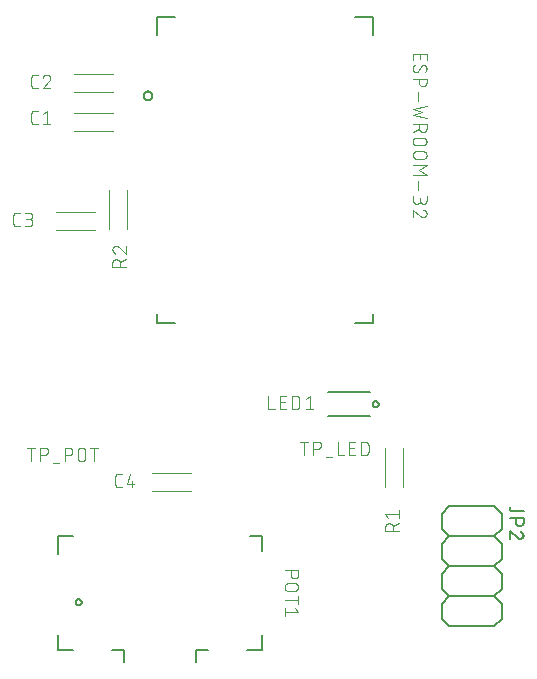
<source format=gto>
G04 EAGLE Gerber RS-274X export*
G75*
%MOMM*%
%FSLAX34Y34*%
%LPD*%
%INSilkscreen Top*%
%IPPOS*%
%AMOC8*
5,1,8,0,0,1.08239X$1,22.5*%
G01*
%ADD10C,0.076200*%
%ADD11C,0.101600*%
%ADD12C,0.152400*%
%ADD13C,0.127000*%


D10*
X214630Y459740D02*
X181610Y459740D01*
X181610Y474980D02*
X214630Y474980D01*
D11*
X150481Y465328D02*
X147884Y465328D01*
X147785Y465330D01*
X147685Y465336D01*
X147586Y465345D01*
X147488Y465358D01*
X147390Y465375D01*
X147292Y465396D01*
X147196Y465421D01*
X147101Y465449D01*
X147007Y465481D01*
X146914Y465516D01*
X146822Y465555D01*
X146732Y465598D01*
X146644Y465643D01*
X146557Y465693D01*
X146473Y465745D01*
X146390Y465801D01*
X146310Y465859D01*
X146232Y465921D01*
X146157Y465986D01*
X146084Y466054D01*
X146014Y466124D01*
X145946Y466197D01*
X145881Y466272D01*
X145819Y466350D01*
X145761Y466430D01*
X145705Y466513D01*
X145653Y466597D01*
X145603Y466684D01*
X145558Y466772D01*
X145515Y466862D01*
X145476Y466954D01*
X145441Y467047D01*
X145409Y467141D01*
X145381Y467236D01*
X145356Y467332D01*
X145335Y467430D01*
X145318Y467528D01*
X145305Y467626D01*
X145296Y467725D01*
X145290Y467825D01*
X145288Y467924D01*
X145288Y474416D01*
X145290Y474515D01*
X145296Y474615D01*
X145305Y474714D01*
X145318Y474812D01*
X145335Y474910D01*
X145356Y475008D01*
X145381Y475104D01*
X145409Y475199D01*
X145441Y475293D01*
X145476Y475386D01*
X145515Y475478D01*
X145558Y475568D01*
X145603Y475656D01*
X145653Y475743D01*
X145705Y475827D01*
X145761Y475910D01*
X145819Y475990D01*
X145881Y476068D01*
X145946Y476143D01*
X146014Y476216D01*
X146084Y476286D01*
X146157Y476354D01*
X146232Y476419D01*
X146310Y476481D01*
X146390Y476539D01*
X146473Y476595D01*
X146557Y476647D01*
X146644Y476697D01*
X146732Y476742D01*
X146822Y476785D01*
X146914Y476824D01*
X147006Y476859D01*
X147101Y476891D01*
X147196Y476919D01*
X147292Y476944D01*
X147390Y476965D01*
X147488Y476982D01*
X147586Y476995D01*
X147685Y477004D01*
X147785Y477010D01*
X147884Y477012D01*
X150481Y477012D01*
X154846Y474416D02*
X158092Y477012D01*
X158092Y465328D01*
X161337Y465328D02*
X154846Y465328D01*
D10*
X181610Y492760D02*
X214630Y492760D01*
X214630Y508000D02*
X181610Y508000D01*
D11*
X150481Y495808D02*
X147884Y495808D01*
X147785Y495810D01*
X147685Y495816D01*
X147586Y495825D01*
X147488Y495838D01*
X147390Y495855D01*
X147292Y495876D01*
X147196Y495901D01*
X147101Y495929D01*
X147007Y495961D01*
X146914Y495996D01*
X146822Y496035D01*
X146732Y496078D01*
X146644Y496123D01*
X146557Y496173D01*
X146473Y496225D01*
X146390Y496281D01*
X146310Y496339D01*
X146232Y496401D01*
X146157Y496466D01*
X146084Y496534D01*
X146014Y496604D01*
X145946Y496677D01*
X145881Y496752D01*
X145819Y496830D01*
X145761Y496910D01*
X145705Y496993D01*
X145653Y497077D01*
X145603Y497164D01*
X145558Y497252D01*
X145515Y497342D01*
X145476Y497434D01*
X145441Y497527D01*
X145409Y497621D01*
X145381Y497716D01*
X145356Y497812D01*
X145335Y497910D01*
X145318Y498008D01*
X145305Y498106D01*
X145296Y498205D01*
X145290Y498305D01*
X145288Y498404D01*
X145288Y504896D01*
X145290Y504995D01*
X145296Y505095D01*
X145305Y505194D01*
X145318Y505292D01*
X145335Y505390D01*
X145356Y505488D01*
X145381Y505584D01*
X145409Y505679D01*
X145441Y505773D01*
X145476Y505866D01*
X145515Y505958D01*
X145558Y506048D01*
X145603Y506136D01*
X145653Y506223D01*
X145705Y506307D01*
X145761Y506390D01*
X145819Y506470D01*
X145881Y506548D01*
X145946Y506623D01*
X146014Y506696D01*
X146084Y506766D01*
X146157Y506834D01*
X146232Y506899D01*
X146310Y506961D01*
X146390Y507019D01*
X146473Y507075D01*
X146557Y507127D01*
X146644Y507177D01*
X146732Y507222D01*
X146822Y507265D01*
X146914Y507304D01*
X147006Y507339D01*
X147101Y507371D01*
X147196Y507399D01*
X147292Y507424D01*
X147390Y507445D01*
X147488Y507462D01*
X147586Y507475D01*
X147685Y507484D01*
X147785Y507490D01*
X147884Y507492D01*
X150481Y507492D01*
X158416Y507492D02*
X158523Y507490D01*
X158629Y507484D01*
X158735Y507474D01*
X158841Y507461D01*
X158947Y507443D01*
X159051Y507422D01*
X159155Y507397D01*
X159258Y507368D01*
X159359Y507336D01*
X159459Y507299D01*
X159558Y507259D01*
X159656Y507216D01*
X159752Y507169D01*
X159846Y507118D01*
X159938Y507064D01*
X160028Y507007D01*
X160116Y506947D01*
X160201Y506883D01*
X160284Y506816D01*
X160365Y506746D01*
X160443Y506674D01*
X160519Y506598D01*
X160591Y506520D01*
X160661Y506439D01*
X160728Y506356D01*
X160792Y506271D01*
X160852Y506183D01*
X160909Y506093D01*
X160963Y506001D01*
X161014Y505907D01*
X161061Y505811D01*
X161104Y505713D01*
X161144Y505614D01*
X161181Y505514D01*
X161213Y505413D01*
X161242Y505310D01*
X161267Y505206D01*
X161288Y505102D01*
X161306Y504996D01*
X161319Y504890D01*
X161329Y504784D01*
X161335Y504678D01*
X161337Y504571D01*
X158416Y507492D02*
X158295Y507490D01*
X158174Y507484D01*
X158054Y507474D01*
X157933Y507461D01*
X157814Y507443D01*
X157694Y507422D01*
X157576Y507397D01*
X157459Y507368D01*
X157342Y507335D01*
X157227Y507299D01*
X157113Y507258D01*
X157000Y507215D01*
X156888Y507167D01*
X156779Y507116D01*
X156671Y507061D01*
X156564Y507003D01*
X156460Y506942D01*
X156358Y506877D01*
X156258Y506809D01*
X156160Y506738D01*
X156064Y506664D01*
X155971Y506587D01*
X155881Y506506D01*
X155793Y506423D01*
X155708Y506337D01*
X155625Y506248D01*
X155546Y506157D01*
X155469Y506063D01*
X155396Y505967D01*
X155326Y505869D01*
X155259Y505768D01*
X155195Y505665D01*
X155135Y505560D01*
X155078Y505453D01*
X155024Y505345D01*
X154974Y505235D01*
X154928Y505123D01*
X154885Y505010D01*
X154846Y504895D01*
X160364Y502299D02*
X160443Y502376D01*
X160519Y502457D01*
X160592Y502540D01*
X160662Y502625D01*
X160729Y502713D01*
X160793Y502803D01*
X160853Y502895D01*
X160910Y502990D01*
X160964Y503086D01*
X161015Y503184D01*
X161062Y503284D01*
X161106Y503386D01*
X161146Y503489D01*
X161182Y503593D01*
X161214Y503699D01*
X161243Y503805D01*
X161268Y503913D01*
X161290Y504021D01*
X161307Y504131D01*
X161321Y504240D01*
X161330Y504350D01*
X161336Y504461D01*
X161338Y504571D01*
X160364Y502299D02*
X154846Y495808D01*
X161337Y495808D01*
D10*
X166370Y375920D02*
X199390Y375920D01*
X199390Y391160D02*
X166370Y391160D01*
D11*
X135241Y378968D02*
X132644Y378968D01*
X132545Y378970D01*
X132445Y378976D01*
X132346Y378985D01*
X132248Y378998D01*
X132150Y379015D01*
X132052Y379036D01*
X131956Y379061D01*
X131861Y379089D01*
X131767Y379121D01*
X131674Y379156D01*
X131582Y379195D01*
X131492Y379238D01*
X131404Y379283D01*
X131317Y379333D01*
X131233Y379385D01*
X131150Y379441D01*
X131070Y379499D01*
X130992Y379561D01*
X130917Y379626D01*
X130844Y379694D01*
X130774Y379764D01*
X130706Y379837D01*
X130641Y379912D01*
X130579Y379990D01*
X130521Y380070D01*
X130465Y380153D01*
X130413Y380237D01*
X130363Y380324D01*
X130318Y380412D01*
X130275Y380502D01*
X130236Y380594D01*
X130201Y380687D01*
X130169Y380781D01*
X130141Y380876D01*
X130116Y380972D01*
X130095Y381070D01*
X130078Y381168D01*
X130065Y381266D01*
X130056Y381365D01*
X130050Y381465D01*
X130048Y381564D01*
X130048Y388056D01*
X130050Y388155D01*
X130056Y388255D01*
X130065Y388354D01*
X130078Y388452D01*
X130095Y388550D01*
X130116Y388648D01*
X130141Y388744D01*
X130169Y388839D01*
X130201Y388933D01*
X130236Y389026D01*
X130275Y389118D01*
X130318Y389208D01*
X130363Y389296D01*
X130413Y389383D01*
X130465Y389467D01*
X130521Y389550D01*
X130579Y389630D01*
X130641Y389708D01*
X130706Y389783D01*
X130774Y389856D01*
X130844Y389926D01*
X130917Y389994D01*
X130992Y390059D01*
X131070Y390121D01*
X131150Y390179D01*
X131233Y390235D01*
X131317Y390287D01*
X131404Y390337D01*
X131492Y390382D01*
X131582Y390425D01*
X131674Y390464D01*
X131766Y390499D01*
X131861Y390531D01*
X131956Y390559D01*
X132052Y390584D01*
X132150Y390605D01*
X132248Y390622D01*
X132346Y390635D01*
X132445Y390644D01*
X132545Y390650D01*
X132644Y390652D01*
X135241Y390652D01*
X139606Y378968D02*
X142852Y378968D01*
X142965Y378970D01*
X143078Y378976D01*
X143191Y378986D01*
X143304Y379000D01*
X143416Y379017D01*
X143527Y379039D01*
X143637Y379064D01*
X143747Y379094D01*
X143855Y379127D01*
X143962Y379164D01*
X144068Y379204D01*
X144172Y379249D01*
X144275Y379297D01*
X144376Y379348D01*
X144475Y379403D01*
X144572Y379461D01*
X144667Y379523D01*
X144760Y379588D01*
X144850Y379656D01*
X144938Y379727D01*
X145024Y379802D01*
X145107Y379879D01*
X145187Y379959D01*
X145264Y380042D01*
X145339Y380128D01*
X145410Y380216D01*
X145478Y380306D01*
X145543Y380399D01*
X145605Y380494D01*
X145663Y380591D01*
X145718Y380690D01*
X145769Y380791D01*
X145817Y380894D01*
X145862Y380998D01*
X145902Y381104D01*
X145939Y381211D01*
X145972Y381319D01*
X146002Y381429D01*
X146027Y381539D01*
X146049Y381650D01*
X146066Y381762D01*
X146080Y381875D01*
X146090Y381988D01*
X146096Y382101D01*
X146098Y382214D01*
X146096Y382327D01*
X146090Y382440D01*
X146080Y382553D01*
X146066Y382666D01*
X146049Y382778D01*
X146027Y382889D01*
X146002Y382999D01*
X145972Y383109D01*
X145939Y383217D01*
X145902Y383324D01*
X145862Y383430D01*
X145817Y383534D01*
X145769Y383637D01*
X145718Y383738D01*
X145663Y383837D01*
X145605Y383934D01*
X145543Y384029D01*
X145478Y384122D01*
X145410Y384212D01*
X145339Y384300D01*
X145264Y384386D01*
X145187Y384469D01*
X145107Y384549D01*
X145024Y384626D01*
X144938Y384701D01*
X144850Y384772D01*
X144760Y384840D01*
X144667Y384905D01*
X144572Y384967D01*
X144475Y385025D01*
X144376Y385080D01*
X144275Y385131D01*
X144172Y385179D01*
X144068Y385224D01*
X143962Y385264D01*
X143855Y385301D01*
X143747Y385334D01*
X143637Y385364D01*
X143527Y385389D01*
X143416Y385411D01*
X143304Y385428D01*
X143191Y385442D01*
X143078Y385452D01*
X142965Y385458D01*
X142852Y385460D01*
X143501Y390652D02*
X139606Y390652D01*
X143501Y390652D02*
X143602Y390650D01*
X143702Y390644D01*
X143802Y390634D01*
X143902Y390621D01*
X144001Y390603D01*
X144100Y390582D01*
X144197Y390557D01*
X144294Y390528D01*
X144389Y390495D01*
X144483Y390459D01*
X144575Y390419D01*
X144666Y390376D01*
X144755Y390329D01*
X144842Y390279D01*
X144928Y390225D01*
X145011Y390168D01*
X145091Y390108D01*
X145170Y390045D01*
X145246Y389978D01*
X145319Y389909D01*
X145389Y389837D01*
X145457Y389763D01*
X145522Y389686D01*
X145583Y389606D01*
X145642Y389524D01*
X145697Y389440D01*
X145749Y389354D01*
X145798Y389266D01*
X145843Y389176D01*
X145885Y389084D01*
X145923Y388991D01*
X145957Y388896D01*
X145988Y388801D01*
X146015Y388704D01*
X146038Y388606D01*
X146058Y388507D01*
X146073Y388407D01*
X146085Y388307D01*
X146093Y388207D01*
X146097Y388106D01*
X146097Y388006D01*
X146093Y387905D01*
X146085Y387805D01*
X146073Y387705D01*
X146058Y387605D01*
X146038Y387506D01*
X146015Y387408D01*
X145988Y387311D01*
X145957Y387216D01*
X145923Y387121D01*
X145885Y387028D01*
X145843Y386936D01*
X145798Y386846D01*
X145749Y386758D01*
X145697Y386672D01*
X145642Y386588D01*
X145583Y386506D01*
X145522Y386426D01*
X145457Y386349D01*
X145389Y386275D01*
X145319Y386203D01*
X145246Y386134D01*
X145170Y386067D01*
X145091Y386004D01*
X145011Y385944D01*
X144928Y385887D01*
X144842Y385833D01*
X144755Y385783D01*
X144666Y385736D01*
X144575Y385693D01*
X144483Y385653D01*
X144389Y385617D01*
X144294Y385584D01*
X144197Y385555D01*
X144100Y385530D01*
X144001Y385509D01*
X143902Y385491D01*
X143802Y385478D01*
X143702Y385468D01*
X143602Y385462D01*
X143501Y385460D01*
X143501Y385459D02*
X140904Y385459D01*
D10*
X247650Y170180D02*
X280670Y170180D01*
X280670Y154940D02*
X247650Y154940D01*
D11*
X221601Y157988D02*
X219004Y157988D01*
X218905Y157990D01*
X218805Y157996D01*
X218706Y158005D01*
X218608Y158018D01*
X218510Y158035D01*
X218412Y158056D01*
X218316Y158081D01*
X218221Y158109D01*
X218127Y158141D01*
X218034Y158176D01*
X217942Y158215D01*
X217852Y158258D01*
X217764Y158303D01*
X217677Y158353D01*
X217593Y158405D01*
X217510Y158461D01*
X217430Y158519D01*
X217352Y158581D01*
X217277Y158646D01*
X217204Y158714D01*
X217134Y158784D01*
X217066Y158857D01*
X217001Y158932D01*
X216939Y159010D01*
X216881Y159090D01*
X216825Y159173D01*
X216773Y159257D01*
X216723Y159344D01*
X216678Y159432D01*
X216635Y159522D01*
X216596Y159614D01*
X216561Y159707D01*
X216529Y159801D01*
X216501Y159896D01*
X216476Y159992D01*
X216455Y160090D01*
X216438Y160188D01*
X216425Y160286D01*
X216416Y160385D01*
X216410Y160485D01*
X216408Y160584D01*
X216408Y167076D01*
X216410Y167175D01*
X216416Y167275D01*
X216425Y167374D01*
X216438Y167472D01*
X216455Y167570D01*
X216476Y167668D01*
X216501Y167764D01*
X216529Y167859D01*
X216561Y167953D01*
X216596Y168046D01*
X216635Y168138D01*
X216678Y168228D01*
X216723Y168316D01*
X216773Y168403D01*
X216825Y168487D01*
X216881Y168570D01*
X216939Y168650D01*
X217001Y168728D01*
X217066Y168803D01*
X217134Y168876D01*
X217204Y168946D01*
X217277Y169014D01*
X217352Y169079D01*
X217430Y169141D01*
X217510Y169199D01*
X217593Y169255D01*
X217677Y169307D01*
X217764Y169357D01*
X217852Y169402D01*
X217942Y169445D01*
X218034Y169484D01*
X218126Y169519D01*
X218221Y169551D01*
X218316Y169579D01*
X218412Y169604D01*
X218510Y169625D01*
X218608Y169642D01*
X218706Y169655D01*
X218805Y169664D01*
X218905Y169670D01*
X219004Y169672D01*
X221601Y169672D01*
X228563Y169672D02*
X225966Y160584D01*
X232457Y160584D01*
X230510Y163181D02*
X230510Y157988D01*
D12*
X492760Y135890D02*
X499110Y142240D01*
X492760Y123190D02*
X499110Y116840D01*
X492760Y110490D01*
X492760Y97790D02*
X499110Y91440D01*
X492760Y85090D01*
X492760Y72390D02*
X499110Y66040D01*
X499110Y142240D02*
X537210Y142240D01*
X543560Y135890D01*
X543560Y123190D01*
X537210Y116840D01*
X543560Y110490D01*
X543560Y97790D01*
X537210Y91440D01*
X543560Y85090D01*
X543560Y72390D01*
X537210Y66040D01*
X537210Y116840D02*
X499110Y116840D01*
X499110Y91440D02*
X537210Y91440D01*
X537210Y66040D02*
X499110Y66040D01*
X492760Y72390D02*
X492760Y85090D01*
X492760Y97790D02*
X492760Y110490D01*
X492760Y123190D02*
X492760Y135890D01*
X499110Y66040D02*
X492760Y59690D01*
X492760Y46990D02*
X499110Y40640D01*
X537210Y66040D02*
X543560Y59690D01*
X543560Y46990D01*
X537210Y40640D01*
X499110Y40640D01*
X492760Y46990D02*
X492760Y59690D01*
D13*
X553085Y137795D02*
X561975Y137795D01*
X553085Y137795D02*
X552985Y137797D01*
X552886Y137803D01*
X552786Y137813D01*
X552688Y137826D01*
X552589Y137844D01*
X552492Y137865D01*
X552396Y137890D01*
X552300Y137919D01*
X552206Y137952D01*
X552113Y137988D01*
X552022Y138028D01*
X551932Y138072D01*
X551844Y138119D01*
X551758Y138169D01*
X551674Y138223D01*
X551592Y138280D01*
X551513Y138340D01*
X551435Y138404D01*
X551361Y138470D01*
X551289Y138539D01*
X551220Y138611D01*
X551154Y138685D01*
X551090Y138763D01*
X551030Y138842D01*
X550973Y138924D01*
X550919Y139008D01*
X550869Y139094D01*
X550822Y139182D01*
X550778Y139272D01*
X550738Y139363D01*
X550702Y139456D01*
X550669Y139550D01*
X550640Y139646D01*
X550615Y139742D01*
X550594Y139839D01*
X550576Y139938D01*
X550563Y140036D01*
X550553Y140136D01*
X550547Y140235D01*
X550545Y140335D01*
X550545Y141605D01*
X550545Y131815D02*
X561975Y131815D01*
X561975Y128640D01*
X561973Y128529D01*
X561967Y128419D01*
X561958Y128308D01*
X561944Y128198D01*
X561927Y128089D01*
X561906Y127980D01*
X561881Y127872D01*
X561852Y127765D01*
X561820Y127659D01*
X561784Y127554D01*
X561744Y127451D01*
X561701Y127349D01*
X561654Y127248D01*
X561603Y127149D01*
X561550Y127052D01*
X561493Y126958D01*
X561432Y126865D01*
X561369Y126774D01*
X561302Y126685D01*
X561232Y126599D01*
X561159Y126516D01*
X561084Y126434D01*
X561006Y126356D01*
X560924Y126281D01*
X560841Y126208D01*
X560755Y126138D01*
X560666Y126071D01*
X560575Y126008D01*
X560482Y125947D01*
X560388Y125890D01*
X560291Y125837D01*
X560192Y125786D01*
X560091Y125739D01*
X559989Y125696D01*
X559886Y125656D01*
X559781Y125620D01*
X559675Y125588D01*
X559568Y125559D01*
X559460Y125534D01*
X559351Y125513D01*
X559242Y125496D01*
X559132Y125482D01*
X559021Y125473D01*
X558911Y125467D01*
X558800Y125465D01*
X558689Y125467D01*
X558579Y125473D01*
X558468Y125482D01*
X558358Y125496D01*
X558249Y125513D01*
X558140Y125534D01*
X558032Y125559D01*
X557925Y125588D01*
X557819Y125620D01*
X557714Y125656D01*
X557611Y125696D01*
X557509Y125739D01*
X557408Y125786D01*
X557309Y125837D01*
X557213Y125890D01*
X557118Y125947D01*
X557025Y126008D01*
X556934Y126071D01*
X556845Y126138D01*
X556759Y126208D01*
X556676Y126281D01*
X556594Y126356D01*
X556516Y126434D01*
X556441Y126516D01*
X556368Y126599D01*
X556298Y126685D01*
X556231Y126774D01*
X556168Y126865D01*
X556107Y126958D01*
X556050Y127053D01*
X555997Y127149D01*
X555946Y127248D01*
X555899Y127349D01*
X555856Y127451D01*
X555816Y127554D01*
X555780Y127659D01*
X555748Y127765D01*
X555719Y127872D01*
X555694Y127980D01*
X555673Y128089D01*
X555656Y128198D01*
X555642Y128308D01*
X555633Y128419D01*
X555627Y128529D01*
X555625Y128640D01*
X555625Y131815D01*
X561976Y117464D02*
X561974Y117360D01*
X561968Y117255D01*
X561959Y117151D01*
X561946Y117048D01*
X561928Y116945D01*
X561908Y116843D01*
X561883Y116741D01*
X561855Y116641D01*
X561823Y116541D01*
X561787Y116443D01*
X561748Y116346D01*
X561706Y116251D01*
X561660Y116157D01*
X561610Y116065D01*
X561558Y115975D01*
X561502Y115887D01*
X561442Y115801D01*
X561380Y115717D01*
X561315Y115636D01*
X561247Y115557D01*
X561175Y115480D01*
X561102Y115407D01*
X561025Y115335D01*
X560946Y115267D01*
X560865Y115202D01*
X560781Y115140D01*
X560695Y115080D01*
X560607Y115024D01*
X560517Y114972D01*
X560425Y114922D01*
X560331Y114876D01*
X560236Y114834D01*
X560139Y114795D01*
X560041Y114759D01*
X559941Y114727D01*
X559841Y114699D01*
X559739Y114674D01*
X559637Y114654D01*
X559534Y114636D01*
X559431Y114623D01*
X559327Y114614D01*
X559222Y114608D01*
X559118Y114606D01*
X561975Y117464D02*
X561973Y117582D01*
X561967Y117701D01*
X561958Y117819D01*
X561945Y117936D01*
X561927Y118053D01*
X561907Y118170D01*
X561882Y118286D01*
X561854Y118401D01*
X561821Y118514D01*
X561786Y118627D01*
X561746Y118739D01*
X561704Y118849D01*
X561657Y118958D01*
X561607Y119066D01*
X561554Y119171D01*
X561497Y119275D01*
X561437Y119377D01*
X561374Y119477D01*
X561307Y119575D01*
X561238Y119671D01*
X561165Y119764D01*
X561089Y119855D01*
X561011Y119944D01*
X560929Y120030D01*
X560845Y120113D01*
X560759Y120194D01*
X560669Y120271D01*
X560578Y120346D01*
X560484Y120418D01*
X560387Y120487D01*
X560289Y120552D01*
X560188Y120615D01*
X560085Y120674D01*
X559981Y120730D01*
X559875Y120782D01*
X559767Y120831D01*
X559658Y120876D01*
X559547Y120918D01*
X559435Y120956D01*
X556896Y115558D02*
X556971Y115482D01*
X557050Y115407D01*
X557131Y115336D01*
X557215Y115267D01*
X557301Y115202D01*
X557389Y115140D01*
X557479Y115080D01*
X557571Y115024D01*
X557666Y114971D01*
X557762Y114922D01*
X557860Y114876D01*
X557959Y114833D01*
X558060Y114794D01*
X558162Y114759D01*
X558265Y114727D01*
X558369Y114699D01*
X558474Y114674D01*
X558581Y114653D01*
X558687Y114636D01*
X558794Y114623D01*
X558902Y114614D01*
X559010Y114608D01*
X559118Y114606D01*
X556895Y115559D02*
X550545Y120956D01*
X550545Y114606D01*
X431800Y218440D02*
X396240Y218440D01*
X396240Y238760D02*
X431800Y238760D01*
X434340Y228600D02*
X434342Y228700D01*
X434348Y228801D01*
X434358Y228900D01*
X434372Y229000D01*
X434389Y229099D01*
X434411Y229197D01*
X434437Y229294D01*
X434466Y229390D01*
X434499Y229484D01*
X434536Y229578D01*
X434576Y229670D01*
X434620Y229760D01*
X434668Y229848D01*
X434719Y229935D01*
X434773Y230019D01*
X434831Y230101D01*
X434892Y230181D01*
X434956Y230258D01*
X435023Y230333D01*
X435093Y230405D01*
X435166Y230474D01*
X435241Y230540D01*
X435319Y230604D01*
X435399Y230664D01*
X435482Y230721D01*
X435567Y230774D01*
X435654Y230824D01*
X435743Y230871D01*
X435833Y230914D01*
X435925Y230954D01*
X436019Y230990D01*
X436114Y231022D01*
X436210Y231050D01*
X436308Y231075D01*
X436406Y231095D01*
X436505Y231112D01*
X436605Y231125D01*
X436704Y231134D01*
X436805Y231139D01*
X436905Y231140D01*
X437005Y231137D01*
X437106Y231130D01*
X437205Y231119D01*
X437305Y231104D01*
X437403Y231086D01*
X437501Y231063D01*
X437598Y231036D01*
X437693Y231006D01*
X437788Y230972D01*
X437881Y230934D01*
X437972Y230893D01*
X438062Y230848D01*
X438150Y230800D01*
X438236Y230748D01*
X438320Y230693D01*
X438401Y230634D01*
X438480Y230572D01*
X438557Y230508D01*
X438631Y230440D01*
X438702Y230369D01*
X438771Y230296D01*
X438836Y230220D01*
X438899Y230141D01*
X438958Y230060D01*
X439014Y229977D01*
X439067Y229892D01*
X439116Y229804D01*
X439162Y229715D01*
X439204Y229624D01*
X439243Y229531D01*
X439278Y229437D01*
X439309Y229342D01*
X439337Y229245D01*
X439360Y229148D01*
X439380Y229049D01*
X439396Y228950D01*
X439408Y228851D01*
X439416Y228750D01*
X439420Y228650D01*
X439420Y228550D01*
X439416Y228450D01*
X439408Y228349D01*
X439396Y228250D01*
X439380Y228151D01*
X439360Y228052D01*
X439337Y227955D01*
X439309Y227858D01*
X439278Y227763D01*
X439243Y227669D01*
X439204Y227576D01*
X439162Y227485D01*
X439116Y227396D01*
X439067Y227308D01*
X439014Y227223D01*
X438958Y227140D01*
X438899Y227059D01*
X438836Y226980D01*
X438771Y226904D01*
X438702Y226831D01*
X438631Y226760D01*
X438557Y226692D01*
X438480Y226628D01*
X438401Y226566D01*
X438320Y226507D01*
X438236Y226452D01*
X438150Y226400D01*
X438062Y226352D01*
X437972Y226307D01*
X437881Y226266D01*
X437788Y226228D01*
X437693Y226194D01*
X437598Y226164D01*
X437501Y226137D01*
X437403Y226114D01*
X437305Y226096D01*
X437205Y226081D01*
X437106Y226070D01*
X437005Y226063D01*
X436905Y226060D01*
X436805Y226061D01*
X436704Y226066D01*
X436605Y226075D01*
X436505Y226088D01*
X436406Y226105D01*
X436308Y226125D01*
X436210Y226150D01*
X436114Y226178D01*
X436019Y226210D01*
X435925Y226246D01*
X435833Y226286D01*
X435743Y226329D01*
X435654Y226376D01*
X435567Y226426D01*
X435482Y226479D01*
X435399Y226536D01*
X435319Y226596D01*
X435241Y226660D01*
X435166Y226726D01*
X435093Y226795D01*
X435023Y226867D01*
X434956Y226942D01*
X434892Y227019D01*
X434831Y227099D01*
X434773Y227181D01*
X434719Y227265D01*
X434668Y227352D01*
X434620Y227440D01*
X434576Y227530D01*
X434536Y227622D01*
X434499Y227716D01*
X434466Y227810D01*
X434437Y227906D01*
X434411Y228003D01*
X434389Y228101D01*
X434372Y228200D01*
X434358Y228300D01*
X434348Y228399D01*
X434342Y228500D01*
X434340Y228600D01*
D11*
X345948Y224028D02*
X345948Y235712D01*
X345948Y224028D02*
X351141Y224028D01*
X355854Y224028D02*
X361047Y224028D01*
X355854Y224028D02*
X355854Y235712D01*
X361047Y235712D01*
X359749Y230519D02*
X355854Y230519D01*
X365737Y235712D02*
X365737Y224028D01*
X365737Y235712D02*
X368983Y235712D01*
X369096Y235710D01*
X369209Y235704D01*
X369322Y235694D01*
X369435Y235680D01*
X369547Y235663D01*
X369658Y235641D01*
X369768Y235616D01*
X369878Y235586D01*
X369986Y235553D01*
X370093Y235516D01*
X370199Y235476D01*
X370303Y235431D01*
X370406Y235383D01*
X370507Y235332D01*
X370606Y235277D01*
X370703Y235219D01*
X370798Y235157D01*
X370891Y235092D01*
X370981Y235024D01*
X371069Y234953D01*
X371155Y234878D01*
X371238Y234801D01*
X371318Y234721D01*
X371395Y234638D01*
X371470Y234552D01*
X371541Y234464D01*
X371609Y234374D01*
X371674Y234281D01*
X371736Y234186D01*
X371794Y234089D01*
X371849Y233990D01*
X371900Y233889D01*
X371948Y233786D01*
X371993Y233682D01*
X372033Y233576D01*
X372070Y233469D01*
X372103Y233361D01*
X372133Y233251D01*
X372158Y233141D01*
X372180Y233030D01*
X372197Y232918D01*
X372211Y232805D01*
X372221Y232692D01*
X372227Y232579D01*
X372229Y232466D01*
X372229Y227274D01*
X372227Y227161D01*
X372221Y227048D01*
X372211Y226935D01*
X372197Y226822D01*
X372180Y226710D01*
X372158Y226599D01*
X372133Y226489D01*
X372103Y226379D01*
X372070Y226271D01*
X372033Y226164D01*
X371993Y226058D01*
X371948Y225954D01*
X371900Y225851D01*
X371849Y225750D01*
X371794Y225651D01*
X371736Y225554D01*
X371674Y225459D01*
X371609Y225366D01*
X371541Y225276D01*
X371470Y225188D01*
X371395Y225102D01*
X371318Y225019D01*
X371238Y224939D01*
X371155Y224862D01*
X371069Y224787D01*
X370981Y224716D01*
X370891Y224648D01*
X370798Y224583D01*
X370703Y224521D01*
X370606Y224463D01*
X370507Y224408D01*
X370406Y224357D01*
X370303Y224309D01*
X370199Y224264D01*
X370093Y224224D01*
X369986Y224187D01*
X369878Y224154D01*
X369768Y224124D01*
X369658Y224099D01*
X369547Y224077D01*
X369435Y224060D01*
X369322Y224046D01*
X369209Y224036D01*
X369096Y224030D01*
X368983Y224028D01*
X365737Y224028D01*
X377548Y233116D02*
X380794Y235712D01*
X380794Y224028D01*
X384039Y224028D02*
X377548Y224028D01*
D10*
X444500Y191770D02*
X444500Y158750D01*
X459740Y158750D02*
X459740Y191770D01*
D11*
X456692Y121158D02*
X445008Y121158D01*
X445008Y124404D01*
X445010Y124517D01*
X445016Y124630D01*
X445026Y124743D01*
X445040Y124856D01*
X445057Y124968D01*
X445079Y125079D01*
X445104Y125189D01*
X445134Y125299D01*
X445167Y125407D01*
X445204Y125514D01*
X445244Y125620D01*
X445289Y125724D01*
X445337Y125827D01*
X445388Y125928D01*
X445443Y126027D01*
X445501Y126124D01*
X445563Y126219D01*
X445628Y126312D01*
X445696Y126402D01*
X445767Y126490D01*
X445842Y126576D01*
X445919Y126659D01*
X445999Y126739D01*
X446082Y126816D01*
X446168Y126891D01*
X446256Y126962D01*
X446346Y127030D01*
X446439Y127095D01*
X446534Y127157D01*
X446631Y127215D01*
X446730Y127270D01*
X446831Y127321D01*
X446934Y127369D01*
X447038Y127414D01*
X447144Y127454D01*
X447251Y127491D01*
X447359Y127524D01*
X447469Y127554D01*
X447579Y127579D01*
X447690Y127601D01*
X447802Y127618D01*
X447915Y127632D01*
X448028Y127642D01*
X448141Y127648D01*
X448254Y127650D01*
X448367Y127648D01*
X448480Y127642D01*
X448593Y127632D01*
X448706Y127618D01*
X448818Y127601D01*
X448929Y127579D01*
X449039Y127554D01*
X449149Y127524D01*
X449257Y127491D01*
X449364Y127454D01*
X449470Y127414D01*
X449574Y127369D01*
X449677Y127321D01*
X449778Y127270D01*
X449877Y127215D01*
X449974Y127157D01*
X450069Y127095D01*
X450162Y127030D01*
X450252Y126962D01*
X450340Y126891D01*
X450426Y126816D01*
X450509Y126739D01*
X450589Y126659D01*
X450666Y126576D01*
X450741Y126490D01*
X450812Y126402D01*
X450880Y126312D01*
X450945Y126219D01*
X451007Y126124D01*
X451065Y126027D01*
X451120Y125928D01*
X451171Y125827D01*
X451219Y125724D01*
X451264Y125620D01*
X451304Y125514D01*
X451341Y125407D01*
X451374Y125299D01*
X451404Y125189D01*
X451429Y125079D01*
X451451Y124968D01*
X451468Y124856D01*
X451482Y124743D01*
X451492Y124630D01*
X451498Y124517D01*
X451500Y124404D01*
X451499Y124404D02*
X451499Y121158D01*
X451499Y125053D02*
X456692Y127649D01*
X447604Y132514D02*
X445008Y135760D01*
X456692Y135760D01*
X456692Y139005D02*
X456692Y132514D01*
D10*
X210820Y377190D02*
X210820Y410210D01*
X226060Y410210D02*
X226060Y377190D01*
D11*
X225552Y344678D02*
X213868Y344678D01*
X213868Y347924D01*
X213870Y348037D01*
X213876Y348150D01*
X213886Y348263D01*
X213900Y348376D01*
X213917Y348488D01*
X213939Y348599D01*
X213964Y348709D01*
X213994Y348819D01*
X214027Y348927D01*
X214064Y349034D01*
X214104Y349140D01*
X214149Y349244D01*
X214197Y349347D01*
X214248Y349448D01*
X214303Y349547D01*
X214361Y349644D01*
X214423Y349739D01*
X214488Y349832D01*
X214556Y349922D01*
X214627Y350010D01*
X214702Y350096D01*
X214779Y350179D01*
X214859Y350259D01*
X214942Y350336D01*
X215028Y350411D01*
X215116Y350482D01*
X215206Y350550D01*
X215299Y350615D01*
X215394Y350677D01*
X215491Y350735D01*
X215590Y350790D01*
X215691Y350841D01*
X215794Y350889D01*
X215898Y350934D01*
X216004Y350974D01*
X216111Y351011D01*
X216219Y351044D01*
X216329Y351074D01*
X216439Y351099D01*
X216550Y351121D01*
X216662Y351138D01*
X216775Y351152D01*
X216888Y351162D01*
X217001Y351168D01*
X217114Y351170D01*
X217227Y351168D01*
X217340Y351162D01*
X217453Y351152D01*
X217566Y351138D01*
X217678Y351121D01*
X217789Y351099D01*
X217899Y351074D01*
X218009Y351044D01*
X218117Y351011D01*
X218224Y350974D01*
X218330Y350934D01*
X218434Y350889D01*
X218537Y350841D01*
X218638Y350790D01*
X218737Y350735D01*
X218834Y350677D01*
X218929Y350615D01*
X219022Y350550D01*
X219112Y350482D01*
X219200Y350411D01*
X219286Y350336D01*
X219369Y350259D01*
X219449Y350179D01*
X219526Y350096D01*
X219601Y350010D01*
X219672Y349922D01*
X219740Y349832D01*
X219805Y349739D01*
X219867Y349644D01*
X219925Y349547D01*
X219980Y349448D01*
X220031Y349347D01*
X220079Y349244D01*
X220124Y349140D01*
X220164Y349034D01*
X220201Y348927D01*
X220234Y348819D01*
X220264Y348709D01*
X220289Y348599D01*
X220311Y348488D01*
X220328Y348376D01*
X220342Y348263D01*
X220352Y348150D01*
X220358Y348037D01*
X220360Y347924D01*
X220359Y347924D02*
X220359Y344678D01*
X220359Y348573D02*
X225552Y351169D01*
X216789Y362525D02*
X216682Y362523D01*
X216576Y362517D01*
X216470Y362507D01*
X216364Y362494D01*
X216258Y362476D01*
X216154Y362455D01*
X216050Y362430D01*
X215947Y362401D01*
X215846Y362369D01*
X215746Y362332D01*
X215647Y362292D01*
X215549Y362249D01*
X215453Y362202D01*
X215359Y362151D01*
X215267Y362097D01*
X215177Y362040D01*
X215089Y361980D01*
X215004Y361916D01*
X214921Y361849D01*
X214840Y361779D01*
X214762Y361707D01*
X214686Y361631D01*
X214614Y361553D01*
X214544Y361472D01*
X214477Y361389D01*
X214413Y361304D01*
X214353Y361216D01*
X214296Y361126D01*
X214242Y361034D01*
X214191Y360940D01*
X214144Y360844D01*
X214101Y360746D01*
X214061Y360647D01*
X214024Y360547D01*
X213992Y360446D01*
X213963Y360343D01*
X213938Y360239D01*
X213917Y360135D01*
X213899Y360029D01*
X213886Y359923D01*
X213876Y359817D01*
X213870Y359711D01*
X213868Y359604D01*
X213870Y359483D01*
X213876Y359362D01*
X213886Y359242D01*
X213899Y359121D01*
X213917Y359002D01*
X213938Y358882D01*
X213963Y358764D01*
X213992Y358647D01*
X214025Y358530D01*
X214061Y358415D01*
X214102Y358301D01*
X214145Y358188D01*
X214193Y358076D01*
X214244Y357967D01*
X214299Y357859D01*
X214357Y357752D01*
X214418Y357648D01*
X214483Y357546D01*
X214551Y357446D01*
X214622Y357348D01*
X214696Y357252D01*
X214773Y357159D01*
X214854Y357069D01*
X214937Y356981D01*
X215023Y356896D01*
X215112Y356813D01*
X215203Y356734D01*
X215297Y356657D01*
X215393Y356584D01*
X215491Y356514D01*
X215592Y356447D01*
X215695Y356383D01*
X215800Y356323D01*
X215907Y356265D01*
X216015Y356212D01*
X216125Y356162D01*
X216237Y356116D01*
X216350Y356073D01*
X216465Y356034D01*
X219061Y361551D02*
X218983Y361630D01*
X218903Y361706D01*
X218820Y361779D01*
X218734Y361849D01*
X218647Y361916D01*
X218556Y361980D01*
X218464Y362040D01*
X218370Y362098D01*
X218273Y362152D01*
X218175Y362202D01*
X218075Y362249D01*
X217974Y362293D01*
X217871Y362333D01*
X217766Y362369D01*
X217661Y362401D01*
X217554Y362430D01*
X217447Y362455D01*
X217338Y362477D01*
X217229Y362494D01*
X217120Y362508D01*
X217010Y362517D01*
X216899Y362523D01*
X216789Y362525D01*
X219061Y361552D02*
X225552Y356034D01*
X225552Y362525D01*
D13*
X330200Y116840D02*
X340360Y116840D01*
X340360Y104140D01*
X180340Y116840D02*
X167640Y116840D01*
X167640Y101600D01*
X340360Y33020D02*
X340360Y20320D01*
X327660Y20320D01*
X167640Y20320D02*
X167640Y33020D01*
X167640Y20320D02*
X180340Y20320D01*
X284480Y20320D02*
X294640Y20320D01*
X284480Y20320D02*
X284480Y10160D01*
X223520Y20320D02*
X213360Y20320D01*
X223520Y20320D02*
X223520Y10160D01*
X182880Y60960D02*
X182882Y61060D01*
X182888Y61161D01*
X182898Y61260D01*
X182912Y61360D01*
X182929Y61459D01*
X182951Y61557D01*
X182977Y61654D01*
X183006Y61750D01*
X183039Y61844D01*
X183076Y61938D01*
X183116Y62030D01*
X183160Y62120D01*
X183208Y62208D01*
X183259Y62295D01*
X183313Y62379D01*
X183371Y62461D01*
X183432Y62541D01*
X183496Y62618D01*
X183563Y62693D01*
X183633Y62765D01*
X183706Y62834D01*
X183781Y62900D01*
X183859Y62964D01*
X183939Y63024D01*
X184022Y63081D01*
X184107Y63134D01*
X184194Y63184D01*
X184283Y63231D01*
X184373Y63274D01*
X184465Y63314D01*
X184559Y63350D01*
X184654Y63382D01*
X184750Y63410D01*
X184848Y63435D01*
X184946Y63455D01*
X185045Y63472D01*
X185145Y63485D01*
X185244Y63494D01*
X185345Y63499D01*
X185445Y63500D01*
X185545Y63497D01*
X185646Y63490D01*
X185745Y63479D01*
X185845Y63464D01*
X185943Y63446D01*
X186041Y63423D01*
X186138Y63396D01*
X186233Y63366D01*
X186328Y63332D01*
X186421Y63294D01*
X186512Y63253D01*
X186602Y63208D01*
X186690Y63160D01*
X186776Y63108D01*
X186860Y63053D01*
X186941Y62994D01*
X187020Y62932D01*
X187097Y62868D01*
X187171Y62800D01*
X187242Y62729D01*
X187311Y62656D01*
X187376Y62580D01*
X187439Y62501D01*
X187498Y62420D01*
X187554Y62337D01*
X187607Y62252D01*
X187656Y62164D01*
X187702Y62075D01*
X187744Y61984D01*
X187783Y61891D01*
X187818Y61797D01*
X187849Y61702D01*
X187877Y61605D01*
X187900Y61508D01*
X187920Y61409D01*
X187936Y61310D01*
X187948Y61211D01*
X187956Y61110D01*
X187960Y61010D01*
X187960Y60910D01*
X187956Y60810D01*
X187948Y60709D01*
X187936Y60610D01*
X187920Y60511D01*
X187900Y60412D01*
X187877Y60315D01*
X187849Y60218D01*
X187818Y60123D01*
X187783Y60029D01*
X187744Y59936D01*
X187702Y59845D01*
X187656Y59756D01*
X187607Y59668D01*
X187554Y59583D01*
X187498Y59500D01*
X187439Y59419D01*
X187376Y59340D01*
X187311Y59264D01*
X187242Y59191D01*
X187171Y59120D01*
X187097Y59052D01*
X187020Y58988D01*
X186941Y58926D01*
X186860Y58867D01*
X186776Y58812D01*
X186690Y58760D01*
X186602Y58712D01*
X186512Y58667D01*
X186421Y58626D01*
X186328Y58588D01*
X186233Y58554D01*
X186138Y58524D01*
X186041Y58497D01*
X185943Y58474D01*
X185845Y58456D01*
X185745Y58441D01*
X185646Y58430D01*
X185545Y58423D01*
X185445Y58420D01*
X185345Y58421D01*
X185244Y58426D01*
X185145Y58435D01*
X185045Y58448D01*
X184946Y58465D01*
X184848Y58485D01*
X184750Y58510D01*
X184654Y58538D01*
X184559Y58570D01*
X184465Y58606D01*
X184373Y58646D01*
X184283Y58689D01*
X184194Y58736D01*
X184107Y58786D01*
X184022Y58839D01*
X183939Y58896D01*
X183859Y58956D01*
X183781Y59020D01*
X183706Y59086D01*
X183633Y59155D01*
X183563Y59227D01*
X183496Y59302D01*
X183432Y59379D01*
X183371Y59459D01*
X183313Y59541D01*
X183259Y59625D01*
X183208Y59712D01*
X183160Y59800D01*
X183116Y59890D01*
X183076Y59982D01*
X183039Y60076D01*
X183006Y60170D01*
X182977Y60266D01*
X182951Y60363D01*
X182929Y60461D01*
X182912Y60560D01*
X182898Y60660D01*
X182888Y60759D01*
X182882Y60860D01*
X182880Y60960D01*
D11*
X359588Y87752D02*
X371272Y87752D01*
X371272Y84506D01*
X371270Y84393D01*
X371264Y84280D01*
X371254Y84167D01*
X371240Y84054D01*
X371223Y83942D01*
X371201Y83831D01*
X371176Y83721D01*
X371146Y83611D01*
X371113Y83503D01*
X371076Y83396D01*
X371036Y83290D01*
X370991Y83186D01*
X370943Y83083D01*
X370892Y82982D01*
X370837Y82883D01*
X370779Y82786D01*
X370717Y82691D01*
X370652Y82598D01*
X370584Y82508D01*
X370513Y82420D01*
X370438Y82334D01*
X370361Y82251D01*
X370281Y82171D01*
X370198Y82094D01*
X370112Y82019D01*
X370024Y81948D01*
X369934Y81880D01*
X369841Y81815D01*
X369746Y81753D01*
X369649Y81695D01*
X369550Y81640D01*
X369449Y81589D01*
X369346Y81541D01*
X369242Y81496D01*
X369136Y81456D01*
X369029Y81419D01*
X368921Y81386D01*
X368811Y81356D01*
X368701Y81331D01*
X368590Y81309D01*
X368478Y81292D01*
X368365Y81278D01*
X368252Y81268D01*
X368139Y81262D01*
X368026Y81260D01*
X367913Y81262D01*
X367800Y81268D01*
X367687Y81278D01*
X367574Y81292D01*
X367462Y81309D01*
X367351Y81331D01*
X367241Y81356D01*
X367131Y81386D01*
X367023Y81419D01*
X366916Y81456D01*
X366810Y81496D01*
X366706Y81541D01*
X366603Y81589D01*
X366502Y81640D01*
X366403Y81695D01*
X366306Y81753D01*
X366211Y81815D01*
X366118Y81880D01*
X366028Y81948D01*
X365940Y82019D01*
X365854Y82094D01*
X365771Y82171D01*
X365691Y82251D01*
X365614Y82334D01*
X365539Y82420D01*
X365468Y82508D01*
X365400Y82598D01*
X365335Y82691D01*
X365273Y82786D01*
X365215Y82883D01*
X365160Y82982D01*
X365109Y83083D01*
X365061Y83186D01*
X365016Y83290D01*
X364976Y83396D01*
X364939Y83503D01*
X364906Y83611D01*
X364876Y83721D01*
X364851Y83831D01*
X364829Y83942D01*
X364812Y84054D01*
X364798Y84167D01*
X364788Y84280D01*
X364782Y84393D01*
X364780Y84506D01*
X364781Y84506D02*
X364781Y87752D01*
X362834Y76872D02*
X368026Y76872D01*
X368026Y76873D02*
X368139Y76871D01*
X368252Y76865D01*
X368365Y76855D01*
X368478Y76841D01*
X368590Y76824D01*
X368701Y76802D01*
X368811Y76777D01*
X368921Y76747D01*
X369029Y76714D01*
X369136Y76677D01*
X369242Y76637D01*
X369346Y76592D01*
X369449Y76544D01*
X369550Y76493D01*
X369649Y76438D01*
X369746Y76380D01*
X369841Y76318D01*
X369934Y76253D01*
X370024Y76185D01*
X370112Y76114D01*
X370198Y76039D01*
X370281Y75962D01*
X370361Y75882D01*
X370438Y75799D01*
X370513Y75713D01*
X370584Y75625D01*
X370652Y75535D01*
X370717Y75442D01*
X370779Y75347D01*
X370837Y75250D01*
X370892Y75151D01*
X370943Y75050D01*
X370991Y74947D01*
X371036Y74843D01*
X371076Y74737D01*
X371113Y74630D01*
X371146Y74522D01*
X371176Y74412D01*
X371201Y74302D01*
X371223Y74191D01*
X371240Y74079D01*
X371254Y73966D01*
X371264Y73853D01*
X371270Y73740D01*
X371272Y73627D01*
X371270Y73514D01*
X371264Y73401D01*
X371254Y73288D01*
X371240Y73175D01*
X371223Y73063D01*
X371201Y72952D01*
X371176Y72842D01*
X371146Y72732D01*
X371113Y72624D01*
X371076Y72517D01*
X371036Y72411D01*
X370991Y72307D01*
X370943Y72204D01*
X370892Y72103D01*
X370837Y72004D01*
X370779Y71907D01*
X370717Y71812D01*
X370652Y71719D01*
X370584Y71629D01*
X370513Y71541D01*
X370438Y71455D01*
X370361Y71372D01*
X370281Y71292D01*
X370198Y71215D01*
X370112Y71140D01*
X370024Y71069D01*
X369934Y71001D01*
X369841Y70936D01*
X369746Y70874D01*
X369649Y70816D01*
X369550Y70761D01*
X369449Y70710D01*
X369346Y70662D01*
X369242Y70617D01*
X369136Y70577D01*
X369029Y70540D01*
X368921Y70507D01*
X368811Y70477D01*
X368701Y70452D01*
X368590Y70430D01*
X368478Y70413D01*
X368365Y70399D01*
X368252Y70389D01*
X368139Y70383D01*
X368026Y70381D01*
X362834Y70381D01*
X362721Y70383D01*
X362608Y70389D01*
X362495Y70399D01*
X362382Y70413D01*
X362270Y70430D01*
X362159Y70452D01*
X362049Y70477D01*
X361939Y70507D01*
X361831Y70540D01*
X361724Y70577D01*
X361618Y70617D01*
X361514Y70662D01*
X361411Y70710D01*
X361310Y70761D01*
X361211Y70816D01*
X361114Y70874D01*
X361019Y70936D01*
X360926Y71001D01*
X360836Y71069D01*
X360748Y71140D01*
X360662Y71215D01*
X360579Y71292D01*
X360499Y71372D01*
X360422Y71455D01*
X360347Y71541D01*
X360276Y71629D01*
X360208Y71719D01*
X360143Y71812D01*
X360081Y71907D01*
X360023Y72004D01*
X359968Y72103D01*
X359917Y72204D01*
X359869Y72307D01*
X359824Y72411D01*
X359784Y72517D01*
X359747Y72624D01*
X359714Y72732D01*
X359684Y72842D01*
X359659Y72952D01*
X359637Y73063D01*
X359620Y73175D01*
X359606Y73288D01*
X359596Y73401D01*
X359590Y73514D01*
X359588Y73627D01*
X359590Y73740D01*
X359596Y73853D01*
X359606Y73966D01*
X359620Y74079D01*
X359637Y74191D01*
X359659Y74302D01*
X359684Y74412D01*
X359714Y74522D01*
X359747Y74630D01*
X359784Y74737D01*
X359824Y74843D01*
X359869Y74947D01*
X359917Y75050D01*
X359968Y75151D01*
X360023Y75250D01*
X360081Y75347D01*
X360143Y75442D01*
X360208Y75535D01*
X360276Y75625D01*
X360347Y75713D01*
X360422Y75799D01*
X360499Y75882D01*
X360579Y75962D01*
X360662Y76039D01*
X360748Y76114D01*
X360836Y76185D01*
X360926Y76253D01*
X361019Y76318D01*
X361114Y76380D01*
X361211Y76438D01*
X361310Y76493D01*
X361411Y76544D01*
X361514Y76592D01*
X361618Y76637D01*
X361724Y76677D01*
X361831Y76714D01*
X361939Y76747D01*
X362049Y76777D01*
X362159Y76802D01*
X362270Y76824D01*
X362382Y76841D01*
X362495Y76855D01*
X362608Y76865D01*
X362721Y76871D01*
X362834Y76873D01*
X359588Y62959D02*
X371272Y62959D01*
X371272Y66204D02*
X371272Y59713D01*
X368676Y55536D02*
X371272Y52291D01*
X359588Y52291D01*
X359588Y55536D02*
X359588Y49045D01*
D13*
X240294Y489720D02*
X240296Y489840D01*
X240302Y489960D01*
X240312Y490079D01*
X240326Y490198D01*
X240344Y490317D01*
X240365Y490435D01*
X240391Y490552D01*
X240421Y490668D01*
X240454Y490783D01*
X240491Y490897D01*
X240532Y491009D01*
X240577Y491121D01*
X240626Y491230D01*
X240678Y491338D01*
X240733Y491445D01*
X240792Y491549D01*
X240855Y491651D01*
X240921Y491751D01*
X240990Y491849D01*
X241062Y491945D01*
X241138Y492038D01*
X241216Y492128D01*
X241298Y492216D01*
X241382Y492301D01*
X241469Y492384D01*
X241559Y492463D01*
X241652Y492539D01*
X241747Y492612D01*
X241844Y492682D01*
X241944Y492749D01*
X242045Y492812D01*
X242149Y492872D01*
X242255Y492929D01*
X242362Y492982D01*
X242472Y493031D01*
X242583Y493077D01*
X242695Y493119D01*
X242809Y493157D01*
X242923Y493191D01*
X243039Y493222D01*
X243156Y493248D01*
X243274Y493271D01*
X243392Y493290D01*
X243511Y493305D01*
X243631Y493316D01*
X243750Y493323D01*
X243870Y493326D01*
X243990Y493325D01*
X244110Y493320D01*
X244229Y493311D01*
X244348Y493298D01*
X244467Y493281D01*
X244585Y493260D01*
X244702Y493236D01*
X244819Y493207D01*
X244934Y493175D01*
X245048Y493138D01*
X245161Y493098D01*
X245273Y493054D01*
X245383Y493007D01*
X245492Y492956D01*
X245598Y492901D01*
X245703Y492843D01*
X245806Y492781D01*
X245907Y492716D01*
X246005Y492648D01*
X246101Y492576D01*
X246195Y492502D01*
X246286Y492424D01*
X246375Y492343D01*
X246460Y492259D01*
X246543Y492173D01*
X246623Y492083D01*
X246701Y491992D01*
X246774Y491897D01*
X246845Y491801D01*
X246913Y491702D01*
X246977Y491600D01*
X247038Y491497D01*
X247095Y491392D01*
X247149Y491285D01*
X247199Y491176D01*
X247246Y491065D01*
X247289Y490953D01*
X247328Y490840D01*
X247363Y490725D01*
X247394Y490610D01*
X247422Y490493D01*
X247446Y490376D01*
X247466Y490257D01*
X247482Y490139D01*
X247494Y490019D01*
X247502Y489900D01*
X247506Y489780D01*
X247506Y489660D01*
X247502Y489540D01*
X247494Y489421D01*
X247482Y489301D01*
X247466Y489183D01*
X247446Y489064D01*
X247422Y488947D01*
X247394Y488830D01*
X247363Y488715D01*
X247328Y488600D01*
X247289Y488487D01*
X247246Y488375D01*
X247199Y488264D01*
X247149Y488155D01*
X247095Y488048D01*
X247038Y487943D01*
X246977Y487840D01*
X246913Y487738D01*
X246845Y487639D01*
X246774Y487543D01*
X246701Y487448D01*
X246623Y487357D01*
X246543Y487267D01*
X246460Y487181D01*
X246375Y487097D01*
X246286Y487016D01*
X246195Y486938D01*
X246101Y486864D01*
X246005Y486792D01*
X245907Y486724D01*
X245806Y486659D01*
X245703Y486597D01*
X245598Y486539D01*
X245492Y486484D01*
X245383Y486433D01*
X245273Y486386D01*
X245161Y486342D01*
X245048Y486302D01*
X244934Y486265D01*
X244819Y486233D01*
X244702Y486204D01*
X244585Y486180D01*
X244467Y486159D01*
X244348Y486142D01*
X244229Y486129D01*
X244110Y486120D01*
X243990Y486115D01*
X243870Y486114D01*
X243750Y486117D01*
X243631Y486124D01*
X243511Y486135D01*
X243392Y486150D01*
X243274Y486169D01*
X243156Y486192D01*
X243039Y486218D01*
X242923Y486249D01*
X242809Y486283D01*
X242695Y486321D01*
X242583Y486363D01*
X242472Y486409D01*
X242362Y486458D01*
X242255Y486511D01*
X242149Y486568D01*
X242045Y486628D01*
X241944Y486691D01*
X241844Y486758D01*
X241747Y486828D01*
X241652Y486901D01*
X241559Y486977D01*
X241469Y487056D01*
X241382Y487139D01*
X241298Y487224D01*
X241216Y487312D01*
X241138Y487402D01*
X241062Y487495D01*
X240990Y487591D01*
X240921Y487689D01*
X240855Y487789D01*
X240792Y487891D01*
X240733Y487995D01*
X240678Y488102D01*
X240626Y488210D01*
X240577Y488319D01*
X240532Y488431D01*
X240491Y488543D01*
X240454Y488657D01*
X240421Y488772D01*
X240391Y488888D01*
X240365Y489005D01*
X240344Y489123D01*
X240326Y489242D01*
X240312Y489361D01*
X240302Y489480D01*
X240296Y489600D01*
X240294Y489720D01*
X251460Y297180D02*
X266700Y297180D01*
X251460Y297180D02*
X251460Y304800D01*
X251460Y541020D02*
X251460Y556260D01*
X266700Y556260D01*
X419100Y556260D02*
X434340Y556260D01*
X434340Y541020D01*
X434340Y304800D02*
X434340Y297180D01*
X419100Y297180D01*
D11*
X468168Y519759D02*
X468168Y524952D01*
X479852Y524952D01*
X479852Y519759D01*
X474659Y521057D02*
X474659Y524952D01*
X468168Y511936D02*
X468170Y511837D01*
X468176Y511737D01*
X468185Y511638D01*
X468198Y511540D01*
X468215Y511442D01*
X468236Y511344D01*
X468261Y511248D01*
X468289Y511153D01*
X468321Y511059D01*
X468356Y510966D01*
X468395Y510874D01*
X468438Y510784D01*
X468483Y510696D01*
X468533Y510609D01*
X468585Y510525D01*
X468641Y510442D01*
X468699Y510362D01*
X468761Y510284D01*
X468826Y510209D01*
X468894Y510136D01*
X468964Y510066D01*
X469037Y509998D01*
X469112Y509933D01*
X469190Y509871D01*
X469270Y509813D01*
X469353Y509757D01*
X469437Y509705D01*
X469524Y509655D01*
X469612Y509610D01*
X469702Y509567D01*
X469794Y509528D01*
X469887Y509493D01*
X469981Y509461D01*
X470076Y509433D01*
X470172Y509408D01*
X470270Y509387D01*
X470368Y509370D01*
X470466Y509357D01*
X470565Y509348D01*
X470665Y509342D01*
X470764Y509340D01*
X468168Y511936D02*
X468170Y512080D01*
X468176Y512225D01*
X468185Y512369D01*
X468198Y512512D01*
X468215Y512656D01*
X468236Y512799D01*
X468261Y512941D01*
X468289Y513082D01*
X468321Y513223D01*
X468357Y513363D01*
X468396Y513502D01*
X468439Y513640D01*
X468486Y513776D01*
X468536Y513912D01*
X468590Y514046D01*
X468647Y514178D01*
X468708Y514309D01*
X468772Y514438D01*
X468840Y514566D01*
X468911Y514692D01*
X468985Y514816D01*
X469062Y514937D01*
X469143Y515057D01*
X469226Y515175D01*
X469313Y515290D01*
X469403Y515403D01*
X469496Y515514D01*
X469591Y515622D01*
X469690Y515728D01*
X469791Y515831D01*
X477256Y515506D02*
X477355Y515504D01*
X477455Y515498D01*
X477554Y515489D01*
X477652Y515476D01*
X477750Y515459D01*
X477848Y515438D01*
X477944Y515413D01*
X478039Y515385D01*
X478133Y515353D01*
X478226Y515318D01*
X478318Y515279D01*
X478408Y515236D01*
X478496Y515191D01*
X478583Y515141D01*
X478667Y515089D01*
X478750Y515033D01*
X478830Y514975D01*
X478908Y514913D01*
X478983Y514848D01*
X479056Y514780D01*
X479126Y514710D01*
X479194Y514637D01*
X479259Y514562D01*
X479321Y514484D01*
X479379Y514404D01*
X479435Y514321D01*
X479487Y514237D01*
X479537Y514150D01*
X479582Y514062D01*
X479625Y513972D01*
X479664Y513880D01*
X479699Y513787D01*
X479731Y513693D01*
X479759Y513598D01*
X479784Y513502D01*
X479805Y513404D01*
X479822Y513306D01*
X479835Y513208D01*
X479844Y513109D01*
X479850Y513009D01*
X479852Y512910D01*
X479850Y512774D01*
X479844Y512638D01*
X479835Y512502D01*
X479822Y512366D01*
X479804Y512231D01*
X479784Y512097D01*
X479759Y511963D01*
X479731Y511829D01*
X479698Y511697D01*
X479663Y511566D01*
X479623Y511435D01*
X479580Y511306D01*
X479534Y511178D01*
X479483Y511052D01*
X479430Y510926D01*
X479372Y510803D01*
X479312Y510681D01*
X479248Y510561D01*
X479180Y510442D01*
X479110Y510326D01*
X479036Y510212D01*
X478959Y510099D01*
X478878Y509989D01*
X474984Y514208D02*
X475037Y514294D01*
X475094Y514378D01*
X475153Y514460D01*
X475216Y514540D01*
X475282Y514617D01*
X475350Y514692D01*
X475422Y514764D01*
X475496Y514833D01*
X475573Y514899D01*
X475652Y514962D01*
X475734Y515022D01*
X475818Y515079D01*
X475904Y515133D01*
X475992Y515183D01*
X476082Y515230D01*
X476173Y515274D01*
X476267Y515313D01*
X476361Y515350D01*
X476457Y515382D01*
X476555Y515411D01*
X476653Y515436D01*
X476752Y515457D01*
X476852Y515475D01*
X476952Y515488D01*
X477053Y515498D01*
X477155Y515504D01*
X477256Y515506D01*
X473036Y510637D02*
X472983Y510551D01*
X472926Y510467D01*
X472867Y510385D01*
X472804Y510305D01*
X472738Y510228D01*
X472670Y510153D01*
X472598Y510081D01*
X472524Y510012D01*
X472447Y509946D01*
X472368Y509883D01*
X472286Y509823D01*
X472202Y509766D01*
X472116Y509712D01*
X472028Y509662D01*
X471938Y509615D01*
X471847Y509571D01*
X471753Y509532D01*
X471659Y509495D01*
X471563Y509463D01*
X471465Y509434D01*
X471367Y509409D01*
X471268Y509388D01*
X471168Y509370D01*
X471068Y509357D01*
X470967Y509347D01*
X470865Y509341D01*
X470764Y509339D01*
X473036Y510638D02*
X474984Y514208D01*
X479852Y504231D02*
X468168Y504231D01*
X479852Y504231D02*
X479852Y500986D01*
X479850Y500873D01*
X479844Y500760D01*
X479834Y500647D01*
X479820Y500534D01*
X479803Y500422D01*
X479781Y500311D01*
X479756Y500201D01*
X479726Y500091D01*
X479693Y499983D01*
X479656Y499876D01*
X479616Y499770D01*
X479571Y499666D01*
X479523Y499563D01*
X479472Y499462D01*
X479417Y499363D01*
X479359Y499266D01*
X479297Y499171D01*
X479232Y499078D01*
X479164Y498988D01*
X479093Y498900D01*
X479018Y498814D01*
X478941Y498731D01*
X478861Y498651D01*
X478778Y498574D01*
X478692Y498499D01*
X478604Y498428D01*
X478514Y498360D01*
X478421Y498295D01*
X478326Y498233D01*
X478229Y498175D01*
X478130Y498120D01*
X478029Y498069D01*
X477926Y498021D01*
X477822Y497976D01*
X477716Y497936D01*
X477609Y497899D01*
X477501Y497866D01*
X477391Y497836D01*
X477281Y497811D01*
X477170Y497789D01*
X477058Y497772D01*
X476945Y497758D01*
X476832Y497748D01*
X476719Y497742D01*
X476606Y497740D01*
X476493Y497742D01*
X476380Y497748D01*
X476267Y497758D01*
X476154Y497772D01*
X476042Y497789D01*
X475931Y497811D01*
X475821Y497836D01*
X475711Y497866D01*
X475603Y497899D01*
X475496Y497936D01*
X475390Y497976D01*
X475286Y498021D01*
X475183Y498069D01*
X475082Y498120D01*
X474983Y498175D01*
X474886Y498233D01*
X474791Y498295D01*
X474698Y498360D01*
X474608Y498428D01*
X474520Y498499D01*
X474434Y498574D01*
X474351Y498651D01*
X474271Y498731D01*
X474194Y498814D01*
X474119Y498900D01*
X474048Y498988D01*
X473980Y499078D01*
X473915Y499171D01*
X473853Y499266D01*
X473795Y499363D01*
X473740Y499462D01*
X473689Y499563D01*
X473641Y499666D01*
X473596Y499770D01*
X473556Y499876D01*
X473519Y499983D01*
X473486Y500091D01*
X473456Y500201D01*
X473431Y500311D01*
X473409Y500422D01*
X473392Y500534D01*
X473378Y500647D01*
X473368Y500760D01*
X473362Y500873D01*
X473360Y500986D01*
X473361Y500986D02*
X473361Y504231D01*
X472712Y493239D02*
X472712Y485449D01*
X479852Y480821D02*
X468168Y478225D01*
X475957Y475628D01*
X468168Y473032D01*
X479852Y470435D01*
X479852Y465465D02*
X468168Y465465D01*
X479852Y465465D02*
X479852Y462220D01*
X479850Y462107D01*
X479844Y461994D01*
X479834Y461881D01*
X479820Y461768D01*
X479803Y461656D01*
X479781Y461545D01*
X479756Y461435D01*
X479726Y461325D01*
X479693Y461217D01*
X479656Y461110D01*
X479616Y461004D01*
X479571Y460900D01*
X479523Y460797D01*
X479472Y460696D01*
X479417Y460597D01*
X479359Y460500D01*
X479297Y460405D01*
X479232Y460312D01*
X479164Y460222D01*
X479093Y460134D01*
X479018Y460048D01*
X478941Y459965D01*
X478861Y459885D01*
X478778Y459808D01*
X478692Y459733D01*
X478604Y459662D01*
X478514Y459594D01*
X478421Y459529D01*
X478326Y459467D01*
X478229Y459409D01*
X478130Y459354D01*
X478029Y459303D01*
X477926Y459255D01*
X477822Y459210D01*
X477716Y459170D01*
X477609Y459133D01*
X477501Y459100D01*
X477391Y459070D01*
X477281Y459045D01*
X477170Y459023D01*
X477058Y459006D01*
X476945Y458992D01*
X476832Y458982D01*
X476719Y458976D01*
X476606Y458974D01*
X476493Y458976D01*
X476380Y458982D01*
X476267Y458992D01*
X476154Y459006D01*
X476042Y459023D01*
X475931Y459045D01*
X475821Y459070D01*
X475711Y459100D01*
X475603Y459133D01*
X475496Y459170D01*
X475390Y459210D01*
X475286Y459255D01*
X475183Y459303D01*
X475082Y459354D01*
X474983Y459409D01*
X474886Y459467D01*
X474791Y459529D01*
X474698Y459594D01*
X474608Y459662D01*
X474520Y459733D01*
X474434Y459808D01*
X474351Y459885D01*
X474271Y459965D01*
X474194Y460048D01*
X474119Y460134D01*
X474048Y460222D01*
X473980Y460312D01*
X473915Y460405D01*
X473853Y460500D01*
X473795Y460597D01*
X473740Y460696D01*
X473689Y460797D01*
X473641Y460900D01*
X473596Y461004D01*
X473556Y461110D01*
X473519Y461217D01*
X473486Y461325D01*
X473456Y461435D01*
X473431Y461545D01*
X473409Y461656D01*
X473392Y461768D01*
X473378Y461881D01*
X473368Y461994D01*
X473362Y462107D01*
X473360Y462220D01*
X473361Y462220D02*
X473361Y465465D01*
X473361Y461570D02*
X468168Y458974D01*
X471414Y454109D02*
X476606Y454109D01*
X476719Y454107D01*
X476832Y454101D01*
X476945Y454091D01*
X477058Y454077D01*
X477170Y454060D01*
X477281Y454038D01*
X477391Y454013D01*
X477501Y453983D01*
X477609Y453950D01*
X477716Y453913D01*
X477822Y453873D01*
X477926Y453828D01*
X478029Y453780D01*
X478130Y453729D01*
X478229Y453674D01*
X478326Y453616D01*
X478421Y453554D01*
X478514Y453489D01*
X478604Y453421D01*
X478692Y453350D01*
X478778Y453275D01*
X478861Y453198D01*
X478941Y453118D01*
X479018Y453035D01*
X479093Y452949D01*
X479164Y452861D01*
X479232Y452771D01*
X479297Y452678D01*
X479359Y452583D01*
X479417Y452486D01*
X479472Y452387D01*
X479523Y452286D01*
X479571Y452183D01*
X479616Y452079D01*
X479656Y451973D01*
X479693Y451866D01*
X479726Y451758D01*
X479756Y451648D01*
X479781Y451538D01*
X479803Y451427D01*
X479820Y451315D01*
X479834Y451202D01*
X479844Y451089D01*
X479850Y450976D01*
X479852Y450863D01*
X479850Y450750D01*
X479844Y450637D01*
X479834Y450524D01*
X479820Y450411D01*
X479803Y450299D01*
X479781Y450188D01*
X479756Y450078D01*
X479726Y449968D01*
X479693Y449860D01*
X479656Y449753D01*
X479616Y449647D01*
X479571Y449543D01*
X479523Y449440D01*
X479472Y449339D01*
X479417Y449240D01*
X479359Y449143D01*
X479297Y449048D01*
X479232Y448955D01*
X479164Y448865D01*
X479093Y448777D01*
X479018Y448691D01*
X478941Y448608D01*
X478861Y448528D01*
X478778Y448451D01*
X478692Y448376D01*
X478604Y448305D01*
X478514Y448237D01*
X478421Y448172D01*
X478326Y448110D01*
X478229Y448052D01*
X478130Y447997D01*
X478029Y447946D01*
X477926Y447898D01*
X477822Y447853D01*
X477716Y447813D01*
X477609Y447776D01*
X477501Y447743D01*
X477391Y447713D01*
X477281Y447688D01*
X477170Y447666D01*
X477058Y447649D01*
X476945Y447635D01*
X476832Y447625D01*
X476719Y447619D01*
X476606Y447617D01*
X476606Y447618D02*
X471414Y447618D01*
X471414Y447617D02*
X471301Y447619D01*
X471188Y447625D01*
X471075Y447635D01*
X470962Y447649D01*
X470850Y447666D01*
X470739Y447688D01*
X470629Y447713D01*
X470519Y447743D01*
X470411Y447776D01*
X470304Y447813D01*
X470198Y447853D01*
X470094Y447898D01*
X469991Y447946D01*
X469890Y447997D01*
X469791Y448052D01*
X469694Y448110D01*
X469599Y448172D01*
X469506Y448237D01*
X469416Y448305D01*
X469328Y448376D01*
X469242Y448451D01*
X469159Y448528D01*
X469079Y448608D01*
X469002Y448691D01*
X468927Y448777D01*
X468856Y448865D01*
X468788Y448955D01*
X468723Y449048D01*
X468661Y449143D01*
X468603Y449240D01*
X468548Y449339D01*
X468497Y449440D01*
X468449Y449543D01*
X468404Y449647D01*
X468364Y449753D01*
X468327Y449860D01*
X468294Y449968D01*
X468264Y450078D01*
X468239Y450188D01*
X468217Y450299D01*
X468200Y450411D01*
X468186Y450524D01*
X468176Y450637D01*
X468170Y450750D01*
X468168Y450863D01*
X468170Y450976D01*
X468176Y451089D01*
X468186Y451202D01*
X468200Y451315D01*
X468217Y451427D01*
X468239Y451538D01*
X468264Y451648D01*
X468294Y451758D01*
X468327Y451866D01*
X468364Y451973D01*
X468404Y452079D01*
X468449Y452183D01*
X468497Y452286D01*
X468548Y452387D01*
X468603Y452486D01*
X468661Y452583D01*
X468723Y452678D01*
X468788Y452771D01*
X468856Y452861D01*
X468927Y452949D01*
X469002Y453035D01*
X469079Y453118D01*
X469159Y453198D01*
X469242Y453275D01*
X469328Y453350D01*
X469416Y453421D01*
X469506Y453489D01*
X469599Y453554D01*
X469694Y453616D01*
X469791Y453674D01*
X469890Y453729D01*
X469991Y453780D01*
X470094Y453828D01*
X470198Y453873D01*
X470304Y453913D01*
X470411Y453950D01*
X470519Y453983D01*
X470629Y454013D01*
X470739Y454038D01*
X470850Y454060D01*
X470962Y454077D01*
X471075Y454091D01*
X471188Y454101D01*
X471301Y454107D01*
X471414Y454109D01*
X471414Y442679D02*
X476606Y442679D01*
X476719Y442677D01*
X476832Y442671D01*
X476945Y442661D01*
X477058Y442647D01*
X477170Y442630D01*
X477281Y442608D01*
X477391Y442583D01*
X477501Y442553D01*
X477609Y442520D01*
X477716Y442483D01*
X477822Y442443D01*
X477926Y442398D01*
X478029Y442350D01*
X478130Y442299D01*
X478229Y442244D01*
X478326Y442186D01*
X478421Y442124D01*
X478514Y442059D01*
X478604Y441991D01*
X478692Y441920D01*
X478778Y441845D01*
X478861Y441768D01*
X478941Y441688D01*
X479018Y441605D01*
X479093Y441519D01*
X479164Y441431D01*
X479232Y441341D01*
X479297Y441248D01*
X479359Y441153D01*
X479417Y441056D01*
X479472Y440957D01*
X479523Y440856D01*
X479571Y440753D01*
X479616Y440649D01*
X479656Y440543D01*
X479693Y440436D01*
X479726Y440328D01*
X479756Y440218D01*
X479781Y440108D01*
X479803Y439997D01*
X479820Y439885D01*
X479834Y439772D01*
X479844Y439659D01*
X479850Y439546D01*
X479852Y439433D01*
X479850Y439320D01*
X479844Y439207D01*
X479834Y439094D01*
X479820Y438981D01*
X479803Y438869D01*
X479781Y438758D01*
X479756Y438648D01*
X479726Y438538D01*
X479693Y438430D01*
X479656Y438323D01*
X479616Y438217D01*
X479571Y438113D01*
X479523Y438010D01*
X479472Y437909D01*
X479417Y437810D01*
X479359Y437713D01*
X479297Y437618D01*
X479232Y437525D01*
X479164Y437435D01*
X479093Y437347D01*
X479018Y437261D01*
X478941Y437178D01*
X478861Y437098D01*
X478778Y437021D01*
X478692Y436946D01*
X478604Y436875D01*
X478514Y436807D01*
X478421Y436742D01*
X478326Y436680D01*
X478229Y436622D01*
X478130Y436567D01*
X478029Y436516D01*
X477926Y436468D01*
X477822Y436423D01*
X477716Y436383D01*
X477609Y436346D01*
X477501Y436313D01*
X477391Y436283D01*
X477281Y436258D01*
X477170Y436236D01*
X477058Y436219D01*
X476945Y436205D01*
X476832Y436195D01*
X476719Y436189D01*
X476606Y436187D01*
X476606Y436188D02*
X471414Y436188D01*
X471414Y436187D02*
X471301Y436189D01*
X471188Y436195D01*
X471075Y436205D01*
X470962Y436219D01*
X470850Y436236D01*
X470739Y436258D01*
X470629Y436283D01*
X470519Y436313D01*
X470411Y436346D01*
X470304Y436383D01*
X470198Y436423D01*
X470094Y436468D01*
X469991Y436516D01*
X469890Y436567D01*
X469791Y436622D01*
X469694Y436680D01*
X469599Y436742D01*
X469506Y436807D01*
X469416Y436875D01*
X469328Y436946D01*
X469242Y437021D01*
X469159Y437098D01*
X469079Y437178D01*
X469002Y437261D01*
X468927Y437347D01*
X468856Y437435D01*
X468788Y437525D01*
X468723Y437618D01*
X468661Y437713D01*
X468603Y437810D01*
X468548Y437909D01*
X468497Y438010D01*
X468449Y438113D01*
X468404Y438217D01*
X468364Y438323D01*
X468327Y438430D01*
X468294Y438538D01*
X468264Y438648D01*
X468239Y438758D01*
X468217Y438869D01*
X468200Y438981D01*
X468186Y439094D01*
X468176Y439207D01*
X468170Y439320D01*
X468168Y439433D01*
X468170Y439546D01*
X468176Y439659D01*
X468186Y439772D01*
X468200Y439885D01*
X468217Y439997D01*
X468239Y440108D01*
X468264Y440218D01*
X468294Y440328D01*
X468327Y440436D01*
X468364Y440543D01*
X468404Y440649D01*
X468449Y440753D01*
X468497Y440856D01*
X468548Y440957D01*
X468603Y441056D01*
X468661Y441153D01*
X468723Y441248D01*
X468788Y441341D01*
X468856Y441431D01*
X468927Y441519D01*
X469002Y441605D01*
X469079Y441688D01*
X469159Y441768D01*
X469242Y441845D01*
X469328Y441920D01*
X469416Y441991D01*
X469506Y442059D01*
X469599Y442124D01*
X469694Y442186D01*
X469791Y442244D01*
X469890Y442299D01*
X469991Y442350D01*
X470094Y442398D01*
X470198Y442443D01*
X470304Y442483D01*
X470411Y442520D01*
X470519Y442553D01*
X470629Y442583D01*
X470739Y442608D01*
X470850Y442630D01*
X470962Y442647D01*
X471075Y442661D01*
X471188Y442671D01*
X471301Y442677D01*
X471414Y442679D01*
X468168Y430755D02*
X479852Y430755D01*
X473361Y426860D01*
X479852Y422966D01*
X468168Y422966D01*
X472712Y417420D02*
X472712Y409631D01*
X468168Y404579D02*
X468168Y401333D01*
X468170Y401220D01*
X468176Y401107D01*
X468186Y400994D01*
X468200Y400881D01*
X468217Y400769D01*
X468239Y400658D01*
X468264Y400548D01*
X468294Y400438D01*
X468327Y400330D01*
X468364Y400223D01*
X468404Y400117D01*
X468449Y400013D01*
X468497Y399910D01*
X468548Y399809D01*
X468603Y399710D01*
X468661Y399613D01*
X468723Y399518D01*
X468788Y399425D01*
X468856Y399335D01*
X468927Y399247D01*
X469002Y399161D01*
X469079Y399078D01*
X469159Y398998D01*
X469242Y398921D01*
X469328Y398846D01*
X469416Y398775D01*
X469506Y398707D01*
X469599Y398642D01*
X469694Y398580D01*
X469791Y398522D01*
X469890Y398467D01*
X469991Y398416D01*
X470094Y398368D01*
X470198Y398323D01*
X470304Y398283D01*
X470411Y398246D01*
X470519Y398213D01*
X470629Y398183D01*
X470739Y398158D01*
X470850Y398136D01*
X470962Y398119D01*
X471075Y398105D01*
X471188Y398095D01*
X471301Y398089D01*
X471414Y398087D01*
X471527Y398089D01*
X471640Y398095D01*
X471753Y398105D01*
X471866Y398119D01*
X471978Y398136D01*
X472089Y398158D01*
X472199Y398183D01*
X472309Y398213D01*
X472417Y398246D01*
X472524Y398283D01*
X472630Y398323D01*
X472734Y398368D01*
X472837Y398416D01*
X472938Y398467D01*
X473037Y398522D01*
X473134Y398580D01*
X473229Y398642D01*
X473322Y398707D01*
X473412Y398775D01*
X473500Y398846D01*
X473586Y398921D01*
X473669Y398998D01*
X473749Y399078D01*
X473826Y399161D01*
X473901Y399247D01*
X473972Y399335D01*
X474040Y399425D01*
X474105Y399518D01*
X474167Y399613D01*
X474225Y399710D01*
X474280Y399809D01*
X474331Y399910D01*
X474379Y400013D01*
X474424Y400117D01*
X474464Y400223D01*
X474501Y400330D01*
X474534Y400438D01*
X474564Y400548D01*
X474589Y400658D01*
X474611Y400769D01*
X474628Y400881D01*
X474642Y400994D01*
X474652Y401107D01*
X474658Y401220D01*
X474660Y401333D01*
X479852Y400684D02*
X479852Y404579D01*
X479852Y400684D02*
X479850Y400583D01*
X479844Y400483D01*
X479834Y400383D01*
X479821Y400283D01*
X479803Y400184D01*
X479782Y400085D01*
X479757Y399988D01*
X479728Y399891D01*
X479695Y399796D01*
X479659Y399702D01*
X479619Y399610D01*
X479576Y399519D01*
X479529Y399430D01*
X479479Y399343D01*
X479425Y399257D01*
X479368Y399174D01*
X479308Y399094D01*
X479245Y399015D01*
X479178Y398939D01*
X479109Y398866D01*
X479037Y398796D01*
X478963Y398728D01*
X478886Y398663D01*
X478806Y398602D01*
X478724Y398543D01*
X478640Y398488D01*
X478554Y398436D01*
X478466Y398387D01*
X478376Y398342D01*
X478284Y398300D01*
X478191Y398262D01*
X478096Y398228D01*
X478001Y398197D01*
X477904Y398170D01*
X477806Y398147D01*
X477707Y398127D01*
X477607Y398112D01*
X477507Y398100D01*
X477407Y398092D01*
X477306Y398088D01*
X477206Y398088D01*
X477105Y398092D01*
X477005Y398100D01*
X476905Y398112D01*
X476805Y398127D01*
X476706Y398147D01*
X476608Y398170D01*
X476511Y398197D01*
X476416Y398228D01*
X476321Y398262D01*
X476228Y398300D01*
X476136Y398342D01*
X476046Y398387D01*
X475958Y398436D01*
X475872Y398488D01*
X475788Y398543D01*
X475706Y398602D01*
X475626Y398663D01*
X475549Y398728D01*
X475475Y398796D01*
X475403Y398866D01*
X475334Y398939D01*
X475267Y399015D01*
X475204Y399094D01*
X475144Y399174D01*
X475087Y399257D01*
X475033Y399343D01*
X474983Y399430D01*
X474936Y399519D01*
X474893Y399610D01*
X474853Y399702D01*
X474817Y399796D01*
X474784Y399891D01*
X474755Y399988D01*
X474730Y400085D01*
X474709Y400184D01*
X474691Y400283D01*
X474678Y400383D01*
X474668Y400483D01*
X474662Y400583D01*
X474660Y400684D01*
X474659Y400684D02*
X474659Y403281D01*
X479852Y389579D02*
X479850Y389472D01*
X479844Y389366D01*
X479834Y389260D01*
X479821Y389154D01*
X479803Y389048D01*
X479782Y388944D01*
X479757Y388840D01*
X479728Y388737D01*
X479696Y388636D01*
X479659Y388536D01*
X479619Y388437D01*
X479576Y388339D01*
X479529Y388243D01*
X479478Y388149D01*
X479424Y388057D01*
X479367Y387967D01*
X479307Y387879D01*
X479243Y387794D01*
X479176Y387711D01*
X479106Y387630D01*
X479034Y387552D01*
X478958Y387476D01*
X478880Y387404D01*
X478799Y387334D01*
X478716Y387267D01*
X478631Y387203D01*
X478543Y387143D01*
X478453Y387086D01*
X478361Y387032D01*
X478267Y386981D01*
X478171Y386934D01*
X478073Y386891D01*
X477974Y386851D01*
X477874Y386814D01*
X477773Y386782D01*
X477670Y386753D01*
X477566Y386728D01*
X477462Y386707D01*
X477356Y386689D01*
X477250Y386676D01*
X477144Y386666D01*
X477038Y386660D01*
X476931Y386658D01*
X479852Y389579D02*
X479850Y389700D01*
X479844Y389821D01*
X479834Y389941D01*
X479821Y390062D01*
X479803Y390181D01*
X479782Y390301D01*
X479757Y390419D01*
X479728Y390536D01*
X479695Y390653D01*
X479659Y390768D01*
X479618Y390882D01*
X479575Y390995D01*
X479527Y391107D01*
X479476Y391216D01*
X479421Y391324D01*
X479363Y391431D01*
X479302Y391535D01*
X479237Y391637D01*
X479169Y391737D01*
X479098Y391835D01*
X479024Y391931D01*
X478947Y392024D01*
X478866Y392114D01*
X478783Y392202D01*
X478697Y392287D01*
X478608Y392370D01*
X478517Y392449D01*
X478423Y392526D01*
X478327Y392599D01*
X478229Y392669D01*
X478128Y392736D01*
X478025Y392800D01*
X477920Y392861D01*
X477813Y392918D01*
X477705Y392971D01*
X477595Y393021D01*
X477483Y393067D01*
X477370Y393110D01*
X477255Y393149D01*
X474659Y387632D02*
X474737Y387553D01*
X474817Y387477D01*
X474900Y387404D01*
X474986Y387334D01*
X475073Y387267D01*
X475164Y387203D01*
X475256Y387143D01*
X475350Y387085D01*
X475447Y387031D01*
X475545Y386981D01*
X475645Y386934D01*
X475746Y386890D01*
X475849Y386850D01*
X475954Y386814D01*
X476059Y386782D01*
X476166Y386753D01*
X476273Y386728D01*
X476382Y386706D01*
X476491Y386689D01*
X476600Y386675D01*
X476710Y386666D01*
X476821Y386660D01*
X476931Y386658D01*
X474659Y387631D02*
X468168Y393149D01*
X468168Y386658D01*
X376074Y196912D02*
X376074Y185228D01*
X372828Y196912D02*
X379319Y196912D01*
X384046Y196912D02*
X384046Y185228D01*
X384046Y196912D02*
X387292Y196912D01*
X387405Y196910D01*
X387518Y196904D01*
X387631Y196894D01*
X387744Y196880D01*
X387856Y196863D01*
X387967Y196841D01*
X388077Y196816D01*
X388187Y196786D01*
X388295Y196753D01*
X388402Y196716D01*
X388508Y196676D01*
X388612Y196631D01*
X388715Y196583D01*
X388816Y196532D01*
X388915Y196477D01*
X389012Y196419D01*
X389107Y196357D01*
X389200Y196292D01*
X389290Y196224D01*
X389378Y196153D01*
X389464Y196078D01*
X389547Y196001D01*
X389627Y195921D01*
X389704Y195838D01*
X389779Y195752D01*
X389850Y195664D01*
X389918Y195574D01*
X389983Y195481D01*
X390045Y195386D01*
X390103Y195289D01*
X390158Y195190D01*
X390209Y195089D01*
X390257Y194986D01*
X390302Y194882D01*
X390342Y194776D01*
X390379Y194669D01*
X390412Y194561D01*
X390442Y194451D01*
X390467Y194341D01*
X390489Y194230D01*
X390506Y194118D01*
X390520Y194005D01*
X390530Y193892D01*
X390536Y193779D01*
X390538Y193666D01*
X390536Y193553D01*
X390530Y193440D01*
X390520Y193327D01*
X390506Y193214D01*
X390489Y193102D01*
X390467Y192991D01*
X390442Y192881D01*
X390412Y192771D01*
X390379Y192663D01*
X390342Y192556D01*
X390302Y192450D01*
X390257Y192346D01*
X390209Y192243D01*
X390158Y192142D01*
X390103Y192043D01*
X390045Y191946D01*
X389983Y191851D01*
X389918Y191758D01*
X389850Y191668D01*
X389779Y191580D01*
X389704Y191494D01*
X389627Y191411D01*
X389547Y191331D01*
X389464Y191254D01*
X389378Y191179D01*
X389290Y191108D01*
X389200Y191040D01*
X389107Y190975D01*
X389012Y190913D01*
X388915Y190855D01*
X388816Y190800D01*
X388715Y190749D01*
X388612Y190701D01*
X388508Y190656D01*
X388402Y190616D01*
X388295Y190579D01*
X388187Y190546D01*
X388077Y190516D01*
X387967Y190491D01*
X387856Y190469D01*
X387744Y190452D01*
X387631Y190438D01*
X387518Y190428D01*
X387405Y190422D01*
X387292Y190420D01*
X387292Y190421D02*
X384046Y190421D01*
X394432Y183930D02*
X399625Y183930D01*
X404474Y185228D02*
X404474Y196912D01*
X404474Y185228D02*
X409666Y185228D01*
X414380Y185228D02*
X419572Y185228D01*
X414380Y185228D02*
X414380Y196912D01*
X419572Y196912D01*
X418274Y191719D02*
X414380Y191719D01*
X424263Y196912D02*
X424263Y185228D01*
X424263Y196912D02*
X427508Y196912D01*
X427621Y196910D01*
X427734Y196904D01*
X427847Y196894D01*
X427960Y196880D01*
X428072Y196863D01*
X428183Y196841D01*
X428293Y196816D01*
X428403Y196786D01*
X428511Y196753D01*
X428618Y196716D01*
X428724Y196676D01*
X428828Y196631D01*
X428931Y196583D01*
X429032Y196532D01*
X429131Y196477D01*
X429228Y196419D01*
X429323Y196357D01*
X429416Y196292D01*
X429506Y196224D01*
X429594Y196153D01*
X429680Y196078D01*
X429763Y196001D01*
X429843Y195921D01*
X429920Y195838D01*
X429995Y195752D01*
X430066Y195664D01*
X430134Y195574D01*
X430199Y195481D01*
X430261Y195386D01*
X430319Y195289D01*
X430374Y195190D01*
X430425Y195089D01*
X430473Y194986D01*
X430518Y194882D01*
X430558Y194776D01*
X430595Y194669D01*
X430628Y194561D01*
X430658Y194451D01*
X430683Y194341D01*
X430705Y194230D01*
X430722Y194118D01*
X430736Y194005D01*
X430746Y193892D01*
X430752Y193779D01*
X430754Y193666D01*
X430754Y188474D01*
X430755Y188474D02*
X430753Y188361D01*
X430747Y188248D01*
X430737Y188135D01*
X430723Y188022D01*
X430706Y187910D01*
X430684Y187799D01*
X430659Y187689D01*
X430629Y187579D01*
X430596Y187471D01*
X430559Y187364D01*
X430519Y187258D01*
X430474Y187154D01*
X430426Y187051D01*
X430375Y186950D01*
X430320Y186851D01*
X430262Y186754D01*
X430200Y186659D01*
X430135Y186566D01*
X430067Y186476D01*
X429996Y186388D01*
X429921Y186302D01*
X429844Y186219D01*
X429764Y186139D01*
X429681Y186062D01*
X429595Y185987D01*
X429507Y185916D01*
X429417Y185848D01*
X429324Y185783D01*
X429229Y185721D01*
X429132Y185663D01*
X429033Y185608D01*
X428932Y185557D01*
X428829Y185509D01*
X428725Y185464D01*
X428619Y185424D01*
X428512Y185387D01*
X428404Y185354D01*
X428294Y185324D01*
X428184Y185299D01*
X428073Y185277D01*
X427961Y185260D01*
X427848Y185246D01*
X427735Y185236D01*
X427622Y185230D01*
X427509Y185228D01*
X427508Y185228D02*
X424263Y185228D01*
X144934Y180148D02*
X144934Y191832D01*
X148179Y191832D02*
X141688Y191832D01*
X152906Y191832D02*
X152906Y180148D01*
X152906Y191832D02*
X156152Y191832D01*
X156265Y191830D01*
X156378Y191824D01*
X156491Y191814D01*
X156604Y191800D01*
X156716Y191783D01*
X156827Y191761D01*
X156937Y191736D01*
X157047Y191706D01*
X157155Y191673D01*
X157262Y191636D01*
X157368Y191596D01*
X157472Y191551D01*
X157575Y191503D01*
X157676Y191452D01*
X157775Y191397D01*
X157872Y191339D01*
X157967Y191277D01*
X158060Y191212D01*
X158150Y191144D01*
X158238Y191073D01*
X158324Y190998D01*
X158407Y190921D01*
X158487Y190841D01*
X158564Y190758D01*
X158639Y190672D01*
X158710Y190584D01*
X158778Y190494D01*
X158843Y190401D01*
X158905Y190306D01*
X158963Y190209D01*
X159018Y190110D01*
X159069Y190009D01*
X159117Y189906D01*
X159162Y189802D01*
X159202Y189696D01*
X159239Y189589D01*
X159272Y189481D01*
X159302Y189371D01*
X159327Y189261D01*
X159349Y189150D01*
X159366Y189038D01*
X159380Y188925D01*
X159390Y188812D01*
X159396Y188699D01*
X159398Y188586D01*
X159396Y188473D01*
X159390Y188360D01*
X159380Y188247D01*
X159366Y188134D01*
X159349Y188022D01*
X159327Y187911D01*
X159302Y187801D01*
X159272Y187691D01*
X159239Y187583D01*
X159202Y187476D01*
X159162Y187370D01*
X159117Y187266D01*
X159069Y187163D01*
X159018Y187062D01*
X158963Y186963D01*
X158905Y186866D01*
X158843Y186771D01*
X158778Y186678D01*
X158710Y186588D01*
X158639Y186500D01*
X158564Y186414D01*
X158487Y186331D01*
X158407Y186251D01*
X158324Y186174D01*
X158238Y186099D01*
X158150Y186028D01*
X158060Y185960D01*
X157967Y185895D01*
X157872Y185833D01*
X157775Y185775D01*
X157676Y185720D01*
X157575Y185669D01*
X157472Y185621D01*
X157368Y185576D01*
X157262Y185536D01*
X157155Y185499D01*
X157047Y185466D01*
X156937Y185436D01*
X156827Y185411D01*
X156716Y185389D01*
X156604Y185372D01*
X156491Y185358D01*
X156378Y185348D01*
X156265Y185342D01*
X156152Y185340D01*
X156152Y185341D02*
X152906Y185341D01*
X163292Y178850D02*
X168485Y178850D01*
X173480Y180148D02*
X173480Y191832D01*
X176726Y191832D01*
X176839Y191830D01*
X176952Y191824D01*
X177065Y191814D01*
X177178Y191800D01*
X177290Y191783D01*
X177401Y191761D01*
X177511Y191736D01*
X177621Y191706D01*
X177729Y191673D01*
X177836Y191636D01*
X177942Y191596D01*
X178046Y191551D01*
X178149Y191503D01*
X178250Y191452D01*
X178349Y191397D01*
X178446Y191339D01*
X178541Y191277D01*
X178634Y191212D01*
X178724Y191144D01*
X178812Y191073D01*
X178898Y190998D01*
X178981Y190921D01*
X179061Y190841D01*
X179138Y190758D01*
X179213Y190672D01*
X179284Y190584D01*
X179352Y190494D01*
X179417Y190401D01*
X179479Y190306D01*
X179537Y190209D01*
X179592Y190110D01*
X179643Y190009D01*
X179691Y189906D01*
X179736Y189802D01*
X179776Y189696D01*
X179813Y189589D01*
X179846Y189481D01*
X179876Y189371D01*
X179901Y189261D01*
X179923Y189150D01*
X179940Y189038D01*
X179954Y188925D01*
X179964Y188812D01*
X179970Y188699D01*
X179972Y188586D01*
X179970Y188473D01*
X179964Y188360D01*
X179954Y188247D01*
X179940Y188134D01*
X179923Y188022D01*
X179901Y187911D01*
X179876Y187801D01*
X179846Y187691D01*
X179813Y187583D01*
X179776Y187476D01*
X179736Y187370D01*
X179691Y187266D01*
X179643Y187163D01*
X179592Y187062D01*
X179537Y186963D01*
X179479Y186866D01*
X179417Y186771D01*
X179352Y186678D01*
X179284Y186588D01*
X179213Y186500D01*
X179138Y186414D01*
X179061Y186331D01*
X178981Y186251D01*
X178898Y186174D01*
X178812Y186099D01*
X178724Y186028D01*
X178634Y185960D01*
X178541Y185895D01*
X178446Y185833D01*
X178349Y185775D01*
X178250Y185720D01*
X178149Y185669D01*
X178046Y185621D01*
X177942Y185576D01*
X177836Y185536D01*
X177729Y185499D01*
X177621Y185466D01*
X177511Y185436D01*
X177401Y185411D01*
X177290Y185389D01*
X177178Y185372D01*
X177065Y185358D01*
X176952Y185348D01*
X176839Y185342D01*
X176726Y185340D01*
X176726Y185341D02*
X173480Y185341D01*
X184360Y183394D02*
X184360Y188586D01*
X184359Y188586D02*
X184361Y188699D01*
X184367Y188812D01*
X184377Y188925D01*
X184391Y189038D01*
X184408Y189150D01*
X184430Y189261D01*
X184455Y189371D01*
X184485Y189481D01*
X184518Y189589D01*
X184555Y189696D01*
X184595Y189802D01*
X184640Y189906D01*
X184688Y190009D01*
X184739Y190110D01*
X184794Y190209D01*
X184852Y190306D01*
X184914Y190401D01*
X184979Y190494D01*
X185047Y190584D01*
X185118Y190672D01*
X185193Y190758D01*
X185270Y190841D01*
X185350Y190921D01*
X185433Y190998D01*
X185519Y191073D01*
X185607Y191144D01*
X185697Y191212D01*
X185790Y191277D01*
X185885Y191339D01*
X185982Y191397D01*
X186081Y191452D01*
X186182Y191503D01*
X186285Y191551D01*
X186389Y191596D01*
X186495Y191636D01*
X186602Y191673D01*
X186710Y191706D01*
X186820Y191736D01*
X186930Y191761D01*
X187041Y191783D01*
X187153Y191800D01*
X187266Y191814D01*
X187379Y191824D01*
X187492Y191830D01*
X187605Y191832D01*
X187718Y191830D01*
X187831Y191824D01*
X187944Y191814D01*
X188057Y191800D01*
X188169Y191783D01*
X188280Y191761D01*
X188390Y191736D01*
X188500Y191706D01*
X188608Y191673D01*
X188715Y191636D01*
X188821Y191596D01*
X188925Y191551D01*
X189028Y191503D01*
X189129Y191452D01*
X189228Y191397D01*
X189325Y191339D01*
X189420Y191277D01*
X189513Y191212D01*
X189603Y191144D01*
X189691Y191073D01*
X189777Y190998D01*
X189860Y190921D01*
X189940Y190841D01*
X190017Y190758D01*
X190092Y190672D01*
X190163Y190584D01*
X190231Y190494D01*
X190296Y190401D01*
X190358Y190306D01*
X190416Y190209D01*
X190471Y190110D01*
X190522Y190009D01*
X190570Y189906D01*
X190615Y189802D01*
X190655Y189696D01*
X190692Y189589D01*
X190725Y189481D01*
X190755Y189371D01*
X190780Y189261D01*
X190802Y189150D01*
X190819Y189038D01*
X190833Y188925D01*
X190843Y188812D01*
X190849Y188699D01*
X190851Y188586D01*
X190851Y183394D01*
X190849Y183281D01*
X190843Y183168D01*
X190833Y183055D01*
X190819Y182942D01*
X190802Y182830D01*
X190780Y182719D01*
X190755Y182609D01*
X190725Y182499D01*
X190692Y182391D01*
X190655Y182284D01*
X190615Y182178D01*
X190570Y182074D01*
X190522Y181971D01*
X190471Y181870D01*
X190416Y181771D01*
X190358Y181674D01*
X190296Y181579D01*
X190231Y181486D01*
X190163Y181396D01*
X190092Y181308D01*
X190017Y181222D01*
X189940Y181139D01*
X189860Y181059D01*
X189777Y180982D01*
X189691Y180907D01*
X189603Y180836D01*
X189513Y180768D01*
X189420Y180703D01*
X189325Y180641D01*
X189228Y180583D01*
X189129Y180528D01*
X189028Y180477D01*
X188925Y180429D01*
X188821Y180384D01*
X188715Y180344D01*
X188608Y180307D01*
X188500Y180274D01*
X188390Y180244D01*
X188280Y180219D01*
X188169Y180197D01*
X188057Y180180D01*
X187944Y180166D01*
X187831Y180156D01*
X187718Y180150D01*
X187605Y180148D01*
X187492Y180150D01*
X187379Y180156D01*
X187266Y180166D01*
X187153Y180180D01*
X187041Y180197D01*
X186930Y180219D01*
X186820Y180244D01*
X186710Y180274D01*
X186602Y180307D01*
X186495Y180344D01*
X186389Y180384D01*
X186285Y180429D01*
X186182Y180477D01*
X186081Y180528D01*
X185982Y180583D01*
X185885Y180641D01*
X185790Y180703D01*
X185697Y180768D01*
X185607Y180836D01*
X185519Y180907D01*
X185433Y180982D01*
X185350Y181059D01*
X185270Y181139D01*
X185193Y181222D01*
X185118Y181308D01*
X185047Y181396D01*
X184979Y181486D01*
X184914Y181579D01*
X184852Y181674D01*
X184794Y181771D01*
X184739Y181870D01*
X184688Y181971D01*
X184640Y182074D01*
X184595Y182178D01*
X184555Y182284D01*
X184518Y182391D01*
X184485Y182499D01*
X184455Y182609D01*
X184430Y182719D01*
X184408Y182830D01*
X184391Y182942D01*
X184377Y183055D01*
X184367Y183168D01*
X184361Y183281D01*
X184359Y183394D01*
X198273Y180148D02*
X198273Y191832D01*
X195028Y191832D02*
X201519Y191832D01*
M02*

</source>
